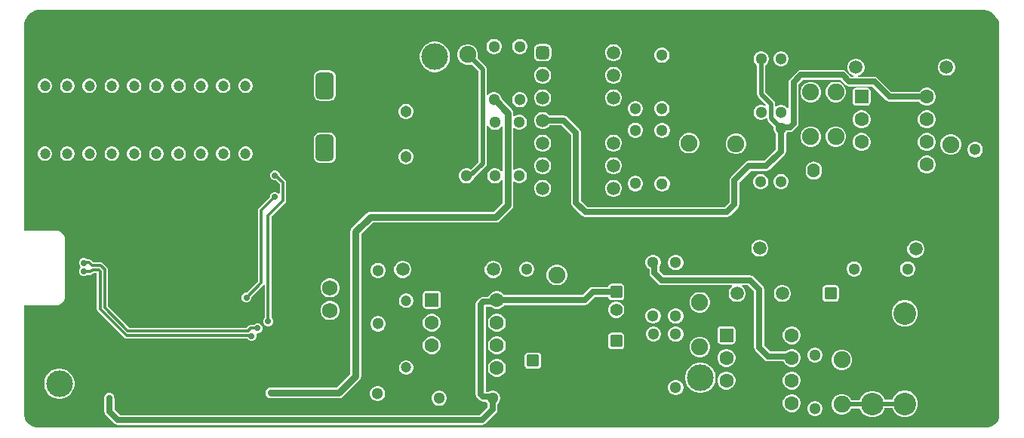
<source format=gbl>
G04*
G04 #@! TF.GenerationSoftware,Altium Limited,Altium Designer,21.4.1 (30)*
G04*
G04 Layer_Physical_Order=2*
G04 Layer_Color=16711680*
%FSLAX25Y25*%
%MOIN*%
G70*
G04*
G04 #@! TF.SameCoordinates,FC640E17-02D6-4239-B4BA-C34357C3BEDB*
G04*
G04*
G04 #@! TF.FilePolarity,Positive*
G04*
G01*
G75*
%ADD17C,0.01181*%
%ADD61C,0.01968*%
%ADD64C,0.05118*%
%ADD65C,0.05906*%
%ADD66O,0.05512X0.06299*%
%ADD67C,0.11811*%
%ADD68C,0.07500*%
G04:AMPARAMS|DCode=69|XSize=62.99mil|YSize=62.99mil|CornerRadius=7.87mil|HoleSize=0mil|Usage=FLASHONLY|Rotation=0.000|XOffset=0mil|YOffset=0mil|HoleType=Round|Shape=RoundedRectangle|*
%AMROUNDEDRECTD69*
21,1,0.06299,0.04724,0,0,0.0*
21,1,0.04724,0.06299,0,0,0.0*
1,1,0.01575,0.02362,-0.02362*
1,1,0.01575,-0.02362,-0.02362*
1,1,0.01575,-0.02362,0.02362*
1,1,0.01575,0.02362,0.02362*
%
%ADD69ROUNDEDRECTD69*%
%ADD70C,0.06299*%
%ADD71C,0.05600*%
G04:AMPARAMS|DCode=72|XSize=56mil|YSize=56mil|CornerRadius=7mil|HoleSize=0mil|Usage=FLASHONLY|Rotation=270.000|XOffset=0mil|YOffset=0mil|HoleType=Round|Shape=RoundedRectangle|*
%AMROUNDEDRECTD72*
21,1,0.05600,0.04200,0,0,270.0*
21,1,0.04200,0.05600,0,0,270.0*
1,1,0.01400,-0.02100,-0.02100*
1,1,0.01400,-0.02100,0.02100*
1,1,0.01400,0.02100,0.02100*
1,1,0.01400,0.02100,-0.02100*
%
%ADD72ROUNDEDRECTD72*%
G04:AMPARAMS|DCode=73|XSize=94.49mil|YSize=62.99mil|CornerRadius=15.75mil|HoleSize=0mil|Usage=FLASHONLY|Rotation=0.000|XOffset=0mil|YOffset=0mil|HoleType=Round|Shape=RoundedRectangle|*
%AMROUNDEDRECTD73*
21,1,0.09449,0.03150,0,0,0.0*
21,1,0.06299,0.06299,0,0,0.0*
1,1,0.03150,0.03150,-0.01575*
1,1,0.03150,-0.03150,-0.01575*
1,1,0.03150,-0.03150,0.01575*
1,1,0.03150,0.03150,0.01575*
%
%ADD73ROUNDEDRECTD73*%
G04:AMPARAMS|DCode=74|XSize=59.06mil|YSize=59.06mil|CornerRadius=14.76mil|HoleSize=0mil|Usage=FLASHONLY|Rotation=0.000|XOffset=0mil|YOffset=0mil|HoleType=Round|Shape=RoundedRectangle|*
%AMROUNDEDRECTD74*
21,1,0.05906,0.02953,0,0,0.0*
21,1,0.02953,0.05906,0,0,0.0*
1,1,0.02953,0.01476,-0.01476*
1,1,0.02953,-0.01476,-0.01476*
1,1,0.02953,-0.01476,0.01476*
1,1,0.02953,0.01476,0.01476*
%
%ADD74ROUNDEDRECTD74*%
%ADD75C,0.05130*%
G04:AMPARAMS|DCode=76|XSize=56mil|YSize=56mil|CornerRadius=7mil|HoleSize=0mil|Usage=FLASHONLY|Rotation=0.000|XOffset=0mil|YOffset=0mil|HoleType=Round|Shape=RoundedRectangle|*
%AMROUNDEDRECTD76*
21,1,0.05600,0.04200,0,0,0.0*
21,1,0.04200,0.05600,0,0,0.0*
1,1,0.01400,0.02100,-0.02100*
1,1,0.01400,-0.02100,-0.02100*
1,1,0.01400,-0.02100,0.02100*
1,1,0.01400,0.02100,0.02100*
%
%ADD76ROUNDEDRECTD76*%
%ADD77C,0.04724*%
G04:AMPARAMS|DCode=78|XSize=118.11mil|YSize=82.68mil|CornerRadius=20.67mil|HoleSize=0mil|Usage=FLASHONLY|Rotation=90.000|XOffset=0mil|YOffset=0mil|HoleType=Round|Shape=RoundedRectangle|*
%AMROUNDEDRECTD78*
21,1,0.11811,0.04134,0,0,90.0*
21,1,0.07677,0.08268,0,0,90.0*
1,1,0.04134,0.02067,0.03839*
1,1,0.04134,0.02067,-0.03839*
1,1,0.04134,-0.02067,-0.03839*
1,1,0.04134,-0.02067,0.03839*
%
%ADD78ROUNDEDRECTD78*%
%ADD79C,0.06890*%
%ADD80C,0.02756*%
%ADD81C,0.02756*%
%ADD82C,0.03150*%
%ADD83C,0.10000*%
G36*
X424392Y185801D02*
X425131D01*
X426580Y185512D01*
X427946Y184947D01*
X429175Y184126D01*
X430221Y183080D01*
X431042Y181851D01*
X431607Y180485D01*
X431896Y179036D01*
Y178297D01*
X431901Y7005D01*
Y6434D01*
X431678Y5313D01*
X431241Y4257D01*
X430606Y3307D01*
X429798Y2499D01*
X428848Y1864D01*
X427792Y1427D01*
X426673Y1204D01*
X426103Y1206D01*
X426102Y1206D01*
X426100Y1206D01*
X6983Y1322D01*
X6983Y1322D01*
X6982Y1322D01*
X6413D01*
X5297Y1544D01*
X4245Y1980D01*
X3299Y2612D01*
X2494Y3417D01*
X1862Y4364D01*
X1426Y5415D01*
X1204Y6532D01*
Y7101D01*
X1207Y55200D01*
X15110D01*
X15226Y55224D01*
X15345D01*
X15953Y55345D01*
X16063Y55390D01*
X16179Y55413D01*
X16752Y55651D01*
X16851Y55717D01*
X16961Y55762D01*
X17477Y56107D01*
X17560Y56190D01*
X17659Y56256D01*
X18098Y56695D01*
X18164Y56794D01*
X18248Y56877D01*
X18592Y57393D01*
X18638Y57503D01*
X18703Y57602D01*
X18941Y58175D01*
X18964Y58291D01*
X19010Y58401D01*
X19130Y59009D01*
Y59128D01*
X19154Y59244D01*
Y59554D01*
Y83964D01*
Y84274D01*
X19130Y84390D01*
Y84509D01*
X19010Y85117D01*
X18964Y85227D01*
X18941Y85343D01*
X18703Y85917D01*
X18638Y86015D01*
X18592Y86125D01*
X18248Y86641D01*
X18164Y86724D01*
X18098Y86823D01*
X17659Y87262D01*
X17560Y87328D01*
X17477Y87411D01*
X16961Y87756D01*
X16851Y87802D01*
X16752Y87867D01*
X16179Y88105D01*
X16063Y88128D01*
X15953Y88174D01*
X15345Y88295D01*
X15226D01*
X15110Y88318D01*
X1563D01*
X1209Y88671D01*
X1215Y179352D01*
X1215Y179352D01*
X1215Y179352D01*
Y179987D01*
X1463Y181234D01*
X1949Y182408D01*
X2655Y183465D01*
X3554Y184363D01*
X4611Y185069D01*
X5785Y185556D01*
X7031Y185804D01*
X7667D01*
X424392Y185801D01*
D02*
G37*
%LPC*%
G36*
X220441Y173068D02*
X219559D01*
X218708Y172840D01*
X217945Y172400D01*
X217322Y171777D01*
X216882Y171014D01*
X216653Y170163D01*
Y169281D01*
X216882Y168430D01*
X217322Y167667D01*
X217945Y167044D01*
X218708Y166604D01*
X219559Y166376D01*
X220441D01*
X221292Y166604D01*
X222055Y167044D01*
X222678Y167667D01*
X223118Y168430D01*
X223346Y169281D01*
Y170163D01*
X223118Y171014D01*
X222678Y171777D01*
X222055Y172400D01*
X221292Y172840D01*
X220441Y173068D01*
D02*
G37*
G36*
X209041Y173057D02*
X208159D01*
X207308Y172829D01*
X206545Y172389D01*
X205922Y171766D01*
X205482Y171003D01*
X205254Y170152D01*
Y169271D01*
X205482Y168419D01*
X205922Y167656D01*
X206545Y167033D01*
X207308Y166593D01*
X208159Y166365D01*
X209041D01*
X209892Y166593D01*
X210655Y167033D01*
X211278Y167656D01*
X211718Y168419D01*
X211947Y169271D01*
Y170152D01*
X211718Y171003D01*
X211278Y171766D01*
X210655Y172389D01*
X209892Y172829D01*
X209041Y173057D01*
D02*
G37*
G36*
X261892Y170740D02*
X260908D01*
X259956Y170485D01*
X259103Y169993D01*
X258407Y169297D01*
X257915Y168444D01*
X257660Y167492D01*
Y166508D01*
X257915Y165556D01*
X258407Y164704D01*
X259103Y164007D01*
X259956Y163515D01*
X260908Y163260D01*
X261892D01*
X262844Y163515D01*
X263697Y164007D01*
X264393Y164704D01*
X264885Y165556D01*
X265140Y166508D01*
Y167492D01*
X264885Y168444D01*
X264393Y169297D01*
X263697Y169993D01*
X262844Y170485D01*
X261892Y170740D01*
D02*
G37*
G36*
X231616Y170784D02*
X228664D01*
X227781Y170609D01*
X227032Y170108D01*
X226531Y169360D01*
X226356Y168476D01*
Y165524D01*
X226531Y164640D01*
X227032Y163891D01*
X227781Y163391D01*
X228664Y163215D01*
X231616D01*
X232500Y163391D01*
X233249Y163891D01*
X233749Y164640D01*
X233925Y165524D01*
Y168476D01*
X233749Y169360D01*
X233249Y170108D01*
X232500Y170609D01*
X231616Y170784D01*
D02*
G37*
G36*
X283241Y169168D02*
X282359D01*
X281508Y168940D01*
X280745Y168500D01*
X280122Y167877D01*
X279682Y167114D01*
X279453Y166263D01*
Y165382D01*
X279682Y164530D01*
X280122Y163767D01*
X280745Y163144D01*
X281508Y162704D01*
X282359Y162476D01*
X283241D01*
X284092Y162704D01*
X284855Y163144D01*
X285478Y163767D01*
X285918Y164530D01*
X286146Y165382D01*
Y166263D01*
X285918Y167114D01*
X285478Y167877D01*
X284855Y168500D01*
X284092Y168940D01*
X283241Y169168D01*
D02*
G37*
G36*
X335841Y167558D02*
X334959D01*
X334108Y167329D01*
X333345Y166889D01*
X332722Y166266D01*
X332282Y165503D01*
X332053Y164652D01*
Y163770D01*
X332282Y162919D01*
X332722Y162156D01*
X333345Y161533D01*
X334108Y161093D01*
X334959Y160865D01*
X335841D01*
X336692Y161093D01*
X337455Y161533D01*
X338078Y162156D01*
X338518Y162919D01*
X338747Y163770D01*
Y164652D01*
X338518Y165503D01*
X338078Y166266D01*
X337455Y166889D01*
X336692Y167329D01*
X335841Y167558D01*
D02*
G37*
G36*
X183159Y171793D02*
X181841D01*
X180548Y171536D01*
X179330Y171031D01*
X178234Y170299D01*
X177301Y169367D01*
X176569Y168270D01*
X176064Y167052D01*
X175807Y165759D01*
Y164441D01*
X176064Y163148D01*
X176569Y161930D01*
X177301Y160834D01*
X178234Y159901D01*
X179330Y159169D01*
X180548Y158664D01*
X181841Y158407D01*
X183159D01*
X184452Y158664D01*
X185670Y159169D01*
X186767Y159901D01*
X187699Y160834D01*
X188431Y161930D01*
X188936Y163148D01*
X189193Y164441D01*
Y165759D01*
X188936Y167052D01*
X188431Y168270D01*
X187699Y169367D01*
X186767Y170299D01*
X185670Y171031D01*
X184452Y171536D01*
X183159Y171793D01*
D02*
G37*
G36*
X408992Y164240D02*
X408008D01*
X407056Y163985D01*
X406204Y163493D01*
X405507Y162796D01*
X405015Y161944D01*
X404760Y160992D01*
Y160008D01*
X405015Y159056D01*
X405507Y158203D01*
X406204Y157507D01*
X407056Y157015D01*
X408008Y156760D01*
X408992D01*
X409944Y157015D01*
X410796Y157507D01*
X411493Y158203D01*
X411985Y159056D01*
X412240Y160008D01*
Y160992D01*
X411985Y161944D01*
X411493Y162796D01*
X410796Y163493D01*
X409944Y163985D01*
X408992Y164240D01*
D02*
G37*
G36*
X261892Y160740D02*
X260908D01*
X259956Y160485D01*
X259103Y159993D01*
X258407Y159297D01*
X257915Y158444D01*
X257660Y157492D01*
Y156508D01*
X257915Y155556D01*
X258407Y154703D01*
X259103Y154007D01*
X259956Y153515D01*
X260908Y153260D01*
X261892D01*
X262844Y153515D01*
X263697Y154007D01*
X264393Y154703D01*
X264885Y155556D01*
X265140Y156508D01*
Y157492D01*
X264885Y158444D01*
X264393Y159297D01*
X263697Y159993D01*
X262844Y160485D01*
X261892Y160740D01*
D02*
G37*
G36*
X230633D02*
X229648D01*
X228696Y160485D01*
X227844Y159993D01*
X227147Y159297D01*
X226655Y158444D01*
X226400Y157492D01*
Y156508D01*
X226655Y155556D01*
X227147Y154703D01*
X227844Y154007D01*
X228696Y153515D01*
X229648Y153260D01*
X230633D01*
X231584Y153515D01*
X232437Y154007D01*
X233133Y154703D01*
X233625Y155556D01*
X233880Y156508D01*
Y157492D01*
X233625Y158444D01*
X233133Y159297D01*
X232437Y159993D01*
X231584Y160485D01*
X230633Y160740D01*
D02*
G37*
G36*
X99270Y155450D02*
X98440D01*
X97639Y155235D01*
X96921Y154820D01*
X96335Y154234D01*
X95920Y153516D01*
X95705Y152715D01*
Y151885D01*
X95920Y151084D01*
X96335Y150366D01*
X96921Y149780D01*
X97639Y149365D01*
X98440Y149150D01*
X99270D01*
X100071Y149365D01*
X100789Y149780D01*
X101375Y150366D01*
X101790Y151084D01*
X102005Y151885D01*
Y152715D01*
X101790Y153516D01*
X101375Y154234D01*
X100789Y154820D01*
X100071Y155235D01*
X99270Y155450D01*
D02*
G37*
G36*
X89427D02*
X88598D01*
X87797Y155235D01*
X87079Y154820D01*
X86492Y154234D01*
X86078Y153516D01*
X85863Y152715D01*
Y151885D01*
X86078Y151084D01*
X86492Y150366D01*
X87079Y149780D01*
X87797Y149365D01*
X88598Y149150D01*
X89427D01*
X90228Y149365D01*
X90947Y149780D01*
X91533Y150366D01*
X91948Y151084D01*
X92162Y151885D01*
Y152715D01*
X91948Y153516D01*
X91533Y154234D01*
X90947Y154820D01*
X90228Y155235D01*
X89427Y155450D01*
D02*
G37*
G36*
X79585D02*
X78755D01*
X77954Y155235D01*
X77236Y154820D01*
X76650Y154234D01*
X76235Y153516D01*
X76020Y152715D01*
Y151885D01*
X76235Y151084D01*
X76650Y150366D01*
X77236Y149780D01*
X77954Y149365D01*
X78755Y149150D01*
X79585D01*
X80386Y149365D01*
X81104Y149780D01*
X81690Y150366D01*
X82105Y151084D01*
X82320Y151885D01*
Y152715D01*
X82105Y153516D01*
X81690Y154234D01*
X81104Y154820D01*
X80386Y155235D01*
X79585Y155450D01*
D02*
G37*
G36*
X69742D02*
X68913D01*
X68112Y155235D01*
X67394Y154820D01*
X66807Y154234D01*
X66393Y153516D01*
X66178Y152715D01*
Y151885D01*
X66393Y151084D01*
X66807Y150366D01*
X67394Y149780D01*
X68112Y149365D01*
X68913Y149150D01*
X69742D01*
X70543Y149365D01*
X71262Y149780D01*
X71848Y150366D01*
X72263Y151084D01*
X72477Y151885D01*
Y152715D01*
X72263Y153516D01*
X71848Y154234D01*
X71262Y154820D01*
X70543Y155235D01*
X69742Y155450D01*
D02*
G37*
G36*
X59900D02*
X59070D01*
X58269Y155235D01*
X57551Y154820D01*
X56965Y154234D01*
X56550Y153516D01*
X56335Y152715D01*
Y151885D01*
X56550Y151084D01*
X56965Y150366D01*
X57551Y149780D01*
X58269Y149365D01*
X59070Y149150D01*
X59900D01*
X60701Y149365D01*
X61419Y149780D01*
X62005Y150366D01*
X62420Y151084D01*
X62635Y151885D01*
Y152715D01*
X62420Y153516D01*
X62005Y154234D01*
X61419Y154820D01*
X60701Y155235D01*
X59900Y155450D01*
D02*
G37*
G36*
X50057D02*
X49228D01*
X48427Y155235D01*
X47709Y154820D01*
X47122Y154234D01*
X46708Y153516D01*
X46493Y152715D01*
Y151885D01*
X46708Y151084D01*
X47122Y150366D01*
X47709Y149780D01*
X48427Y149365D01*
X49228Y149150D01*
X50057D01*
X50858Y149365D01*
X51576Y149780D01*
X52163Y150366D01*
X52578Y151084D01*
X52792Y151885D01*
Y152715D01*
X52578Y153516D01*
X52163Y154234D01*
X51576Y154820D01*
X50858Y155235D01*
X50057Y155450D01*
D02*
G37*
G36*
X40215D02*
X39385D01*
X38584Y155235D01*
X37866Y154820D01*
X37280Y154234D01*
X36865Y153516D01*
X36650Y152715D01*
Y151885D01*
X36865Y151084D01*
X37280Y150366D01*
X37866Y149780D01*
X38584Y149365D01*
X39385Y149150D01*
X40215D01*
X41016Y149365D01*
X41734Y149780D01*
X42320Y150366D01*
X42735Y151084D01*
X42950Y151885D01*
Y152715D01*
X42735Y153516D01*
X42320Y154234D01*
X41734Y154820D01*
X41016Y155235D01*
X40215Y155450D01*
D02*
G37*
G36*
X30372D02*
X29543D01*
X28742Y155235D01*
X28024Y154820D01*
X27437Y154234D01*
X27022Y153516D01*
X26808Y152715D01*
Y151885D01*
X27022Y151084D01*
X27437Y150366D01*
X28024Y149780D01*
X28742Y149365D01*
X29543Y149150D01*
X30372D01*
X31173Y149365D01*
X31891Y149780D01*
X32478Y150366D01*
X32892Y151084D01*
X33107Y151885D01*
Y152715D01*
X32892Y153516D01*
X32478Y154234D01*
X31891Y154820D01*
X31173Y155235D01*
X30372Y155450D01*
D02*
G37*
G36*
X20530D02*
X19700D01*
X18899Y155235D01*
X18181Y154820D01*
X17595Y154234D01*
X17180Y153516D01*
X16965Y152715D01*
Y151885D01*
X17180Y151084D01*
X17595Y150366D01*
X18181Y149780D01*
X18899Y149365D01*
X19700Y149150D01*
X20530D01*
X21331Y149365D01*
X22049Y149780D01*
X22635Y150366D01*
X23050Y151084D01*
X23265Y151885D01*
Y152715D01*
X23050Y153516D01*
X22635Y154234D01*
X22049Y154820D01*
X21331Y155235D01*
X20530Y155450D01*
D02*
G37*
G36*
X10687D02*
X9858D01*
X9057Y155235D01*
X8338Y154820D01*
X7752Y154234D01*
X7338Y153516D01*
X7123Y152715D01*
Y151885D01*
X7338Y151084D01*
X7752Y150366D01*
X8338Y149780D01*
X9057Y149365D01*
X9858Y149150D01*
X10687D01*
X11488Y149365D01*
X12206Y149780D01*
X12793Y150366D01*
X13207Y151084D01*
X13422Y151885D01*
Y152715D01*
X13207Y153516D01*
X12793Y154234D01*
X12206Y154820D01*
X11488Y155235D01*
X10687Y155450D01*
D02*
G37*
G36*
X135925Y159097D02*
X131791D01*
X131046Y158999D01*
X130352Y158711D01*
X129756Y158254D01*
X129298Y157658D01*
X129010Y156963D01*
X128912Y156218D01*
Y148541D01*
X129010Y147796D01*
X129298Y147101D01*
X129756Y146505D01*
X130352Y146048D01*
X131046Y145760D01*
X131791Y145662D01*
X135925D01*
X136670Y145760D01*
X137365Y146048D01*
X137961Y146505D01*
X138418Y147101D01*
X138706Y147796D01*
X138804Y148541D01*
Y156218D01*
X138706Y156963D01*
X138418Y157658D01*
X137961Y158254D01*
X137365Y158711D01*
X136670Y158999D01*
X135925Y159097D01*
D02*
G37*
G36*
X360197Y154080D02*
X359003D01*
X357849Y153771D01*
X356814Y153173D01*
X355969Y152329D01*
X355372Y151294D01*
X355063Y150140D01*
Y148945D01*
X355372Y147791D01*
X355969Y146756D01*
X356814Y145912D01*
X357849Y145314D01*
X359003Y145005D01*
X360197D01*
X361351Y145314D01*
X362386Y145912D01*
X363231Y146756D01*
X363828Y147791D01*
X364137Y148945D01*
Y150140D01*
X363828Y151294D01*
X363231Y152329D01*
X362386Y153173D01*
X361351Y153771D01*
X360197Y154080D01*
D02*
G37*
G36*
X349097Y154022D02*
X347903D01*
X346749Y153713D01*
X345714Y153116D01*
X344869Y152271D01*
X344272Y151236D01*
X343963Y150082D01*
Y148888D01*
X344272Y147734D01*
X344869Y146699D01*
X345714Y145854D01*
X346749Y145257D01*
X347903Y144948D01*
X349097D01*
X350251Y145257D01*
X351286Y145854D01*
X352131Y146699D01*
X352728Y147734D01*
X353037Y148888D01*
Y150082D01*
X352728Y151236D01*
X352131Y152271D01*
X351286Y153116D01*
X350251Y153713D01*
X349097Y154022D01*
D02*
G37*
G36*
X327041Y167558D02*
X326159D01*
X325308Y167329D01*
X324545Y166889D01*
X323922Y166266D01*
X323482Y165503D01*
X323253Y164652D01*
Y163770D01*
X323482Y162919D01*
X323922Y162156D01*
X324545Y161533D01*
X324794Y161390D01*
Y148600D01*
X324931Y147909D01*
X325323Y147323D01*
X328861Y143785D01*
X328850Y143731D01*
X328290Y143477D01*
X327892Y143707D01*
X327041Y143935D01*
X326159D01*
X325308Y143707D01*
X324545Y143267D01*
X323922Y142644D01*
X323482Y141881D01*
X323253Y141030D01*
Y140148D01*
X323482Y139297D01*
X323922Y138534D01*
X324545Y137911D01*
X325308Y137471D01*
X326159Y137242D01*
X327041D01*
X327892Y137471D01*
X328655Y137911D01*
X328715Y137971D01*
X329238Y137787D01*
X329331Y137320D01*
X329723Y136734D01*
X332128Y134329D01*
X332053Y134052D01*
Y133170D01*
X332282Y132319D01*
X332722Y131556D01*
X333192Y131086D01*
Y124314D01*
X327986Y119108D01*
X321200D01*
X320355Y118940D01*
X319639Y118461D01*
X313239Y112061D01*
X312760Y111345D01*
X312592Y110500D01*
Y100814D01*
X310486Y98708D01*
X249915D01*
X247108Y101514D01*
Y131500D01*
X246940Y132345D01*
X246461Y133061D01*
X240961Y138561D01*
X240245Y139040D01*
X239400Y139208D01*
X233184D01*
X233133Y139296D01*
X232437Y139993D01*
X231584Y140485D01*
X230633Y140740D01*
X229648D01*
X228696Y140485D01*
X227844Y139993D01*
X227147Y139296D01*
X226655Y138444D01*
X226400Y137492D01*
Y136508D01*
X226655Y135556D01*
X227147Y134704D01*
X227844Y134007D01*
X228696Y133515D01*
X229648Y133260D01*
X230633D01*
X231584Y133515D01*
X232437Y134007D01*
X233133Y134704D01*
X233184Y134792D01*
X238486D01*
X242692Y130586D01*
Y100600D01*
X242860Y99755D01*
X243339Y99039D01*
X247439Y94939D01*
X248155Y94460D01*
X249000Y94292D01*
X311400D01*
X312245Y94460D01*
X312961Y94939D01*
X316361Y98339D01*
X316840Y99055D01*
X317008Y99900D01*
Y109585D01*
X322114Y114692D01*
X328900D01*
X329745Y114860D01*
X330461Y115339D01*
X336961Y121839D01*
X337440Y122555D01*
X337608Y123400D01*
Y131086D01*
X338078Y131556D01*
X338221Y131804D01*
X339297D01*
X340142Y131972D01*
X340859Y132451D01*
X342473Y134065D01*
X342951Y134781D01*
X343120Y135626D01*
Y152917D01*
X345140Y154937D01*
X361684D01*
X363994Y152626D01*
X364710Y152148D01*
X365555Y151980D01*
X375705D01*
X381746Y145939D01*
X382462Y145460D01*
X383307Y145292D01*
X396529D01*
X396650Y145083D01*
X397383Y144350D01*
X398280Y143831D01*
X399282Y143563D01*
X400318D01*
X401320Y143831D01*
X402217Y144350D01*
X402950Y145083D01*
X403469Y145980D01*
X403737Y146982D01*
Y148018D01*
X403469Y149020D01*
X402950Y149917D01*
X402217Y150650D01*
X401320Y151169D01*
X400318Y151437D01*
X399282D01*
X398280Y151169D01*
X397383Y150650D01*
X396650Y149917D01*
X396529Y149708D01*
X384221D01*
X378180Y155748D01*
X377464Y156227D01*
X376619Y156395D01*
X369563D01*
X369497Y156895D01*
X369944Y157015D01*
X370796Y157507D01*
X371493Y158203D01*
X371985Y159056D01*
X372240Y160008D01*
Y160992D01*
X371985Y161944D01*
X371493Y162796D01*
X370796Y163493D01*
X369944Y163985D01*
X368992Y164240D01*
X368008D01*
X367056Y163985D01*
X366203Y163493D01*
X365507Y162796D01*
X365015Y161944D01*
X364760Y160992D01*
Y160008D01*
X365015Y159056D01*
X365507Y158203D01*
X366203Y157507D01*
X367056Y157015D01*
X367503Y156895D01*
X367437Y156395D01*
X366470D01*
X364159Y158705D01*
X363443Y159184D01*
X362598Y159352D01*
X344225D01*
X343380Y159184D01*
X342664Y158705D01*
X339351Y155392D01*
X338872Y154676D01*
X338704Y153831D01*
Y142559D01*
X338204Y142425D01*
X338078Y142644D01*
X337455Y143267D01*
X336692Y143707D01*
X335841Y143935D01*
X334959D01*
X334108Y143707D01*
X333345Y143267D01*
X333268Y143190D01*
X332806Y143381D01*
Y144200D01*
X332669Y144891D01*
X332277Y145477D01*
X328406Y149348D01*
Y161390D01*
X328655Y161533D01*
X329278Y162156D01*
X329718Y162919D01*
X329946Y163770D01*
Y164652D01*
X329718Y165503D01*
X329278Y166266D01*
X328655Y166889D01*
X327892Y167329D01*
X327041Y167558D01*
D02*
G37*
G36*
X373362Y151468D02*
X368638D01*
X368023Y151346D01*
X367502Y150998D01*
X367154Y150477D01*
X367032Y149862D01*
Y145138D01*
X367154Y144523D01*
X367502Y144002D01*
X368023Y143654D01*
X368638Y143532D01*
X373362D01*
X373977Y143654D01*
X374498Y144002D01*
X374846Y144523D01*
X374968Y145138D01*
Y149862D01*
X374846Y150477D01*
X374498Y150998D01*
X373977Y151346D01*
X373362Y151468D01*
D02*
G37*
G36*
X261892Y150740D02*
X260908D01*
X259956Y150485D01*
X259103Y149993D01*
X258407Y149296D01*
X257915Y148444D01*
X257660Y147492D01*
Y146508D01*
X257915Y145556D01*
X258407Y144703D01*
X259103Y144007D01*
X259956Y143515D01*
X260908Y143260D01*
X261892D01*
X262844Y143515D01*
X263697Y144007D01*
X264393Y144703D01*
X264885Y145556D01*
X265140Y146508D01*
Y147492D01*
X264885Y148444D01*
X264393Y149296D01*
X263697Y149993D01*
X262844Y150485D01*
X261892Y150740D01*
D02*
G37*
G36*
X230633D02*
X229648D01*
X228696Y150485D01*
X227844Y149993D01*
X227147Y149296D01*
X226655Y148444D01*
X226400Y147492D01*
Y146508D01*
X226655Y145556D01*
X227147Y144703D01*
X227844Y144007D01*
X228696Y143515D01*
X229648Y143260D01*
X230633D01*
X231584Y143515D01*
X232437Y144007D01*
X233133Y144703D01*
X233625Y145556D01*
X233880Y146508D01*
Y147492D01*
X233625Y148444D01*
X233133Y149296D01*
X232437Y149993D01*
X231584Y150485D01*
X230633Y150740D01*
D02*
G37*
G36*
X220441Y149446D02*
X219559D01*
X218708Y149218D01*
X217945Y148778D01*
X217322Y148155D01*
X216882Y147392D01*
X216653Y146541D01*
Y145659D01*
X216882Y144808D01*
X217322Y144045D01*
X217945Y143422D01*
X218708Y142982D01*
X219559Y142754D01*
X220441D01*
X221292Y142982D01*
X222055Y143422D01*
X222678Y144045D01*
X223118Y144808D01*
X223346Y145659D01*
Y146541D01*
X223118Y147392D01*
X222678Y148155D01*
X222055Y148778D01*
X221292Y149218D01*
X220441Y149446D01*
D02*
G37*
G36*
X283241Y145546D02*
X282359D01*
X281508Y145318D01*
X280745Y144878D01*
X280122Y144255D01*
X279682Y143492D01*
X279453Y142641D01*
Y141759D01*
X279682Y140908D01*
X280122Y140145D01*
X280745Y139522D01*
X281508Y139082D01*
X282359Y138854D01*
X283241D01*
X284092Y139082D01*
X284855Y139522D01*
X285478Y140145D01*
X285918Y140908D01*
X286146Y141759D01*
Y142641D01*
X285918Y143492D01*
X285478Y144255D01*
X284855Y144878D01*
X284092Y145318D01*
X283241Y145546D01*
D02*
G37*
G36*
X271541D02*
X270659D01*
X269808Y145318D01*
X269045Y144878D01*
X268422Y144255D01*
X267982Y143492D01*
X267754Y142641D01*
Y141759D01*
X267982Y140908D01*
X268422Y140145D01*
X269045Y139522D01*
X269808Y139082D01*
X270659Y138854D01*
X271541D01*
X272392Y139082D01*
X273155Y139522D01*
X273778Y140145D01*
X274218Y140908D01*
X274447Y141759D01*
Y142641D01*
X274218Y143492D01*
X273778Y144255D01*
X273155Y144878D01*
X272392Y145318D01*
X271541Y145546D01*
D02*
G37*
G36*
X170141Y144352D02*
X169259D01*
X168406Y144124D01*
X167642Y143683D01*
X167017Y143058D01*
X166576Y142294D01*
X166348Y141441D01*
Y140559D01*
X166576Y139706D01*
X167017Y138942D01*
X167642Y138317D01*
X168406Y137876D01*
X169259Y137648D01*
X170141D01*
X170994Y137876D01*
X171758Y138317D01*
X172383Y138942D01*
X172824Y139706D01*
X173052Y140559D01*
Y141441D01*
X172824Y142294D01*
X172383Y143058D01*
X171758Y143683D01*
X170994Y144124D01*
X170141Y144352D01*
D02*
G37*
G36*
X400318Y141437D02*
X399282D01*
X398280Y141169D01*
X397383Y140650D01*
X396650Y139917D01*
X396131Y139020D01*
X395863Y138018D01*
Y136982D01*
X396131Y135980D01*
X396650Y135083D01*
X397383Y134350D01*
X398280Y133831D01*
X399282Y133563D01*
X400318D01*
X401320Y133831D01*
X402217Y134350D01*
X402950Y135083D01*
X403469Y135980D01*
X403737Y136982D01*
Y138018D01*
X403469Y139020D01*
X402950Y139917D01*
X402217Y140650D01*
X401320Y141169D01*
X400318Y141437D01*
D02*
G37*
G36*
X371518D02*
X370482D01*
X369480Y141169D01*
X368583Y140650D01*
X367850Y139917D01*
X367331Y139020D01*
X367063Y138018D01*
Y136982D01*
X367331Y135980D01*
X367850Y135083D01*
X368583Y134350D01*
X369480Y133831D01*
X370482Y133563D01*
X371518D01*
X372520Y133831D01*
X373417Y134350D01*
X374150Y135083D01*
X374669Y135980D01*
X374937Y136982D01*
Y138018D01*
X374669Y139020D01*
X374150Y139917D01*
X373417Y140650D01*
X372520Y141169D01*
X371518Y141437D01*
D02*
G37*
G36*
X197597Y170680D02*
X196403D01*
X195249Y170371D01*
X194214Y169773D01*
X193369Y168929D01*
X192772Y167894D01*
X192463Y166740D01*
Y165545D01*
X192772Y164391D01*
X193369Y163356D01*
X194214Y162512D01*
X195249Y161914D01*
X196403Y161605D01*
X197597D01*
X198690Y161898D01*
X201894Y158694D01*
Y118748D01*
X198401Y115256D01*
X197792Y115607D01*
X196941Y115835D01*
X196059D01*
X195208Y115607D01*
X194445Y115167D01*
X193822Y114544D01*
X193382Y113781D01*
X193154Y112929D01*
Y112048D01*
X193382Y111197D01*
X193822Y110434D01*
X194445Y109811D01*
X195208Y109371D01*
X196059Y109142D01*
X196941D01*
X197792Y109371D01*
X198555Y109811D01*
X199178Y110434D01*
X199618Y111197D01*
X199722Y111582D01*
X200069Y111814D01*
X204977Y116723D01*
X205369Y117309D01*
X205506Y118000D01*
Y134469D01*
X206006Y134603D01*
X206322Y134056D01*
X206945Y133433D01*
X207708Y132993D01*
X208559Y132765D01*
X209441D01*
X210292Y132993D01*
X211055Y133433D01*
X211678Y134056D01*
X211791Y134253D01*
X212292Y134119D01*
Y114481D01*
X211791Y114347D01*
X211678Y114544D01*
X211055Y115167D01*
X210292Y115607D01*
X209441Y115835D01*
X208559D01*
X207708Y115607D01*
X206945Y115167D01*
X206322Y114544D01*
X205882Y113781D01*
X205654Y112929D01*
Y112048D01*
X205882Y111197D01*
X206322Y110434D01*
X206945Y109811D01*
X207708Y109371D01*
X208559Y109142D01*
X209441D01*
X210292Y109371D01*
X211055Y109811D01*
X211678Y110434D01*
X211791Y110631D01*
X212292Y110497D01*
Y100498D01*
X208502Y96709D01*
X154000D01*
X153078Y96525D01*
X152297Y96003D01*
X145797Y89503D01*
X145275Y88722D01*
X145091Y87800D01*
Y24898D01*
X139202Y19008D01*
X110000D01*
X109078Y18825D01*
X108297Y18303D01*
X107775Y17522D01*
X107591Y16600D01*
X107775Y15678D01*
X108297Y14897D01*
X109078Y14375D01*
X110000Y14191D01*
X140200D01*
X141122Y14375D01*
X141903Y14897D01*
X149203Y22197D01*
X149725Y22978D01*
X149908Y23900D01*
Y86802D01*
X154998Y91891D01*
X209500D01*
X210422Y92075D01*
X211203Y92597D01*
X216403Y97797D01*
X216925Y98578D01*
X217108Y99500D01*
Y109852D01*
X217608Y110059D01*
X217745Y109922D01*
X218508Y109482D01*
X219359Y109254D01*
X220241D01*
X221092Y109482D01*
X221855Y109922D01*
X222478Y110545D01*
X222918Y111308D01*
X223147Y112159D01*
Y113041D01*
X222918Y113892D01*
X222478Y114655D01*
X221855Y115278D01*
X221092Y115718D01*
X220241Y115946D01*
X219359D01*
X218508Y115718D01*
X217745Y115278D01*
X217608Y115141D01*
X217108Y115348D01*
Y133474D01*
X217608Y133681D01*
X217745Y133544D01*
X218508Y133104D01*
X219359Y132876D01*
X220241D01*
X221092Y133104D01*
X221855Y133544D01*
X222478Y134167D01*
X222918Y134930D01*
X223147Y135782D01*
Y136663D01*
X222918Y137514D01*
X222478Y138277D01*
X221855Y138900D01*
X221092Y139340D01*
X220241Y139568D01*
X219359D01*
X218508Y139340D01*
X217745Y138900D01*
X217608Y138763D01*
X217108Y138970D01*
Y140301D01*
X216925Y141222D01*
X216403Y142004D01*
X211947Y146460D01*
Y146529D01*
X211718Y147381D01*
X211278Y148144D01*
X210655Y148767D01*
X209892Y149207D01*
X209041Y149435D01*
X208159D01*
X207308Y149207D01*
X206545Y148767D01*
X206006Y148228D01*
X205506Y148347D01*
Y159442D01*
X205369Y160134D01*
X204977Y160720D01*
X201245Y164453D01*
X201537Y165545D01*
Y166740D01*
X201228Y167894D01*
X200631Y168929D01*
X199786Y169773D01*
X198751Y170371D01*
X197597Y170680D01*
D02*
G37*
G36*
X271541Y136057D02*
X270659D01*
X269808Y135829D01*
X269045Y135389D01*
X268422Y134766D01*
X267982Y134003D01*
X267754Y133152D01*
Y132271D01*
X267982Y131419D01*
X268422Y130656D01*
X269045Y130033D01*
X269808Y129593D01*
X270659Y129365D01*
X271541D01*
X272392Y129593D01*
X273155Y130033D01*
X273778Y130656D01*
X274218Y131419D01*
X274447Y132271D01*
Y133152D01*
X274218Y134003D01*
X273778Y134766D01*
X273155Y135389D01*
X272392Y135829D01*
X271541Y136057D01*
D02*
G37*
G36*
X283341Y135968D02*
X282459D01*
X281608Y135740D01*
X280845Y135300D01*
X280222Y134677D01*
X279782Y133914D01*
X279554Y133063D01*
Y132182D01*
X279782Y131330D01*
X280222Y130567D01*
X280845Y129944D01*
X281608Y129504D01*
X282459Y129276D01*
X283341D01*
X284192Y129504D01*
X284955Y129944D01*
X285578Y130567D01*
X286018Y131330D01*
X286246Y132182D01*
Y133063D01*
X286018Y133914D01*
X285578Y134677D01*
X284955Y135300D01*
X284192Y135740D01*
X283341Y135968D01*
D02*
G37*
G36*
X360197Y134395D02*
X359003D01*
X357849Y134086D01*
X356814Y133488D01*
X355969Y132643D01*
X355372Y131609D01*
X355063Y130455D01*
Y129260D01*
X355372Y128106D01*
X355969Y127071D01*
X356814Y126227D01*
X357849Y125629D01*
X359003Y125320D01*
X360197D01*
X361351Y125629D01*
X362386Y126227D01*
X363231Y127071D01*
X363828Y128106D01*
X364137Y129260D01*
Y130455D01*
X363828Y131609D01*
X363231Y132643D01*
X362386Y133488D01*
X361351Y134086D01*
X360197Y134395D01*
D02*
G37*
G36*
X349097Y134337D02*
X347903D01*
X346749Y134028D01*
X345714Y133431D01*
X344869Y132586D01*
X344272Y131551D01*
X343963Y130397D01*
Y129203D01*
X344272Y128049D01*
X344869Y127014D01*
X345714Y126169D01*
X346749Y125572D01*
X347903Y125263D01*
X349097D01*
X350251Y125572D01*
X351286Y126169D01*
X352131Y127014D01*
X352728Y128049D01*
X353037Y129203D01*
Y130397D01*
X352728Y131551D01*
X352131Y132586D01*
X351286Y133431D01*
X350251Y134028D01*
X349097Y134337D01*
D02*
G37*
G36*
X400318Y131437D02*
X399282D01*
X398280Y131169D01*
X397383Y130650D01*
X396650Y129917D01*
X396131Y129020D01*
X395863Y128018D01*
Y126982D01*
X396131Y125980D01*
X396650Y125083D01*
X397383Y124350D01*
X398280Y123831D01*
X399282Y123563D01*
X400318D01*
X401320Y123831D01*
X402217Y124350D01*
X402950Y125083D01*
X403469Y125980D01*
X403737Y126982D01*
Y128018D01*
X403469Y129020D01*
X402950Y129917D01*
X402217Y130650D01*
X401320Y131169D01*
X400318Y131437D01*
D02*
G37*
G36*
X371518D02*
X370482D01*
X369480Y131169D01*
X368583Y130650D01*
X367850Y129917D01*
X367331Y129020D01*
X367063Y128018D01*
Y126982D01*
X367331Y125980D01*
X367850Y125083D01*
X368583Y124350D01*
X369480Y123831D01*
X370482Y123563D01*
X371518D01*
X372520Y123831D01*
X373417Y124350D01*
X374150Y125083D01*
X374669Y125980D01*
X374937Y126982D01*
Y128018D01*
X374669Y129020D01*
X374150Y129917D01*
X373417Y130650D01*
X372520Y131169D01*
X371518Y131437D01*
D02*
G37*
G36*
X261892Y130740D02*
X260908D01*
X259956Y130485D01*
X259103Y129993D01*
X258407Y129297D01*
X257915Y128444D01*
X257660Y127492D01*
Y126508D01*
X257915Y125556D01*
X258407Y124704D01*
X259103Y124007D01*
X259956Y123515D01*
X260908Y123260D01*
X261892D01*
X262844Y123515D01*
X263697Y124007D01*
X264393Y124704D01*
X264885Y125556D01*
X265140Y126508D01*
Y127492D01*
X264885Y128444D01*
X264393Y129297D01*
X263697Y129993D01*
X262844Y130485D01*
X261892Y130740D01*
D02*
G37*
G36*
X230633D02*
X229648D01*
X228696Y130485D01*
X227844Y129993D01*
X227147Y129297D01*
X226655Y128444D01*
X226400Y127492D01*
Y126508D01*
X226655Y125556D01*
X227147Y124704D01*
X227844Y124007D01*
X228696Y123515D01*
X229648Y123260D01*
X230633D01*
X231584Y123515D01*
X232437Y124007D01*
X233133Y124704D01*
X233625Y125556D01*
X233880Y126508D01*
Y127492D01*
X233625Y128444D01*
X233133Y129297D01*
X232437Y129993D01*
X231584Y130485D01*
X230633Y130740D01*
D02*
G37*
G36*
X295397Y131495D02*
X294203D01*
X293049Y131186D01*
X292014Y130588D01*
X291169Y129744D01*
X290572Y128709D01*
X290263Y127555D01*
Y126360D01*
X290572Y125206D01*
X291169Y124171D01*
X292014Y123327D01*
X293049Y122729D01*
X294203Y122420D01*
X295397D01*
X296551Y122729D01*
X297586Y123327D01*
X298431Y124171D01*
X299028Y125206D01*
X299337Y126360D01*
Y127555D01*
X299028Y128709D01*
X298431Y129744D01*
X297586Y130588D01*
X296551Y131186D01*
X295397Y131495D01*
D02*
G37*
G36*
X316097Y131195D02*
X314903D01*
X313749Y130886D01*
X312714Y130288D01*
X311869Y129444D01*
X311272Y128409D01*
X310963Y127255D01*
Y126060D01*
X311272Y124906D01*
X311869Y123872D01*
X312714Y123027D01*
X313749Y122429D01*
X314903Y122120D01*
X316097D01*
X317251Y122429D01*
X318286Y123027D01*
X319131Y123872D01*
X319728Y124906D01*
X320037Y126060D01*
Y127255D01*
X319728Y128409D01*
X319131Y129444D01*
X318286Y130288D01*
X317251Y130886D01*
X316097Y131195D01*
D02*
G37*
G36*
X410997Y130895D02*
X409803D01*
X408649Y130586D01*
X407614Y129988D01*
X406769Y129144D01*
X406172Y128109D01*
X405863Y126955D01*
Y125760D01*
X406172Y124606D01*
X406769Y123572D01*
X407614Y122727D01*
X408649Y122129D01*
X409803Y121820D01*
X410997D01*
X412151Y122129D01*
X413186Y122727D01*
X414031Y123572D01*
X414628Y124606D01*
X414937Y125760D01*
Y126955D01*
X414628Y128109D01*
X414031Y129144D01*
X413186Y129988D01*
X412151Y130586D01*
X410997Y130895D01*
D02*
G37*
G36*
X421641Y127435D02*
X420759D01*
X419908Y127207D01*
X419145Y126767D01*
X418522Y126144D01*
X418082Y125381D01*
X417853Y124530D01*
Y123648D01*
X418082Y122797D01*
X418522Y122034D01*
X419145Y121411D01*
X419908Y120971D01*
X420759Y120742D01*
X421641D01*
X422492Y120971D01*
X423255Y121411D01*
X423878Y122034D01*
X424318Y122797D01*
X424546Y123648D01*
Y124530D01*
X424318Y125381D01*
X423878Y126144D01*
X423255Y126767D01*
X422492Y127207D01*
X421641Y127435D01*
D02*
G37*
G36*
X99270Y125450D02*
X98440D01*
X97639Y125235D01*
X96921Y124820D01*
X96335Y124234D01*
X95920Y123516D01*
X95705Y122715D01*
Y121885D01*
X95920Y121084D01*
X96335Y120366D01*
X96921Y119780D01*
X97639Y119365D01*
X98440Y119150D01*
X99270D01*
X100071Y119365D01*
X100789Y119780D01*
X101375Y120366D01*
X101790Y121084D01*
X102005Y121885D01*
Y122715D01*
X101790Y123516D01*
X101375Y124234D01*
X100789Y124820D01*
X100071Y125235D01*
X99270Y125450D01*
D02*
G37*
G36*
X89427D02*
X88598D01*
X87797Y125235D01*
X87079Y124820D01*
X86492Y124234D01*
X86078Y123516D01*
X85863Y122715D01*
Y121885D01*
X86078Y121084D01*
X86492Y120366D01*
X87079Y119780D01*
X87797Y119365D01*
X88598Y119150D01*
X89427D01*
X90228Y119365D01*
X90947Y119780D01*
X91533Y120366D01*
X91948Y121084D01*
X92162Y121885D01*
Y122715D01*
X91948Y123516D01*
X91533Y124234D01*
X90947Y124820D01*
X90228Y125235D01*
X89427Y125450D01*
D02*
G37*
G36*
X79585D02*
X78755D01*
X77954Y125235D01*
X77236Y124820D01*
X76650Y124234D01*
X76235Y123516D01*
X76020Y122715D01*
Y121885D01*
X76235Y121084D01*
X76650Y120366D01*
X77236Y119780D01*
X77954Y119365D01*
X78755Y119150D01*
X79585D01*
X80386Y119365D01*
X81104Y119780D01*
X81690Y120366D01*
X82105Y121084D01*
X82320Y121885D01*
Y122715D01*
X82105Y123516D01*
X81690Y124234D01*
X81104Y124820D01*
X80386Y125235D01*
X79585Y125450D01*
D02*
G37*
G36*
X69742D02*
X68913D01*
X68112Y125235D01*
X67394Y124820D01*
X66807Y124234D01*
X66393Y123516D01*
X66178Y122715D01*
Y121885D01*
X66393Y121084D01*
X66807Y120366D01*
X67394Y119780D01*
X68112Y119365D01*
X68913Y119150D01*
X69742D01*
X70543Y119365D01*
X71262Y119780D01*
X71848Y120366D01*
X72263Y121084D01*
X72477Y121885D01*
Y122715D01*
X72263Y123516D01*
X71848Y124234D01*
X71262Y124820D01*
X70543Y125235D01*
X69742Y125450D01*
D02*
G37*
G36*
X59900D02*
X59070D01*
X58269Y125235D01*
X57551Y124820D01*
X56965Y124234D01*
X56550Y123516D01*
X56335Y122715D01*
Y121885D01*
X56550Y121084D01*
X56965Y120366D01*
X57551Y119780D01*
X58269Y119365D01*
X59070Y119150D01*
X59900D01*
X60701Y119365D01*
X61419Y119780D01*
X62005Y120366D01*
X62420Y121084D01*
X62635Y121885D01*
Y122715D01*
X62420Y123516D01*
X62005Y124234D01*
X61419Y124820D01*
X60701Y125235D01*
X59900Y125450D01*
D02*
G37*
G36*
X50057D02*
X49228D01*
X48427Y125235D01*
X47709Y124820D01*
X47122Y124234D01*
X46708Y123516D01*
X46493Y122715D01*
Y121885D01*
X46708Y121084D01*
X47122Y120366D01*
X47709Y119780D01*
X48427Y119365D01*
X49228Y119150D01*
X50057D01*
X50858Y119365D01*
X51576Y119780D01*
X52163Y120366D01*
X52578Y121084D01*
X52792Y121885D01*
Y122715D01*
X52578Y123516D01*
X52163Y124234D01*
X51576Y124820D01*
X50858Y125235D01*
X50057Y125450D01*
D02*
G37*
G36*
X40215D02*
X39385D01*
X38584Y125235D01*
X37866Y124820D01*
X37280Y124234D01*
X36865Y123516D01*
X36650Y122715D01*
Y121885D01*
X36865Y121084D01*
X37280Y120366D01*
X37866Y119780D01*
X38584Y119365D01*
X39385Y119150D01*
X40215D01*
X41016Y119365D01*
X41734Y119780D01*
X42320Y120366D01*
X42735Y121084D01*
X42950Y121885D01*
Y122715D01*
X42735Y123516D01*
X42320Y124234D01*
X41734Y124820D01*
X41016Y125235D01*
X40215Y125450D01*
D02*
G37*
G36*
X30372D02*
X29543D01*
X28742Y125235D01*
X28024Y124820D01*
X27437Y124234D01*
X27022Y123516D01*
X26808Y122715D01*
Y121885D01*
X27022Y121084D01*
X27437Y120366D01*
X28024Y119780D01*
X28742Y119365D01*
X29543Y119150D01*
X30372D01*
X31173Y119365D01*
X31891Y119780D01*
X32478Y120366D01*
X32892Y121084D01*
X33107Y121885D01*
Y122715D01*
X32892Y123516D01*
X32478Y124234D01*
X31891Y124820D01*
X31173Y125235D01*
X30372Y125450D01*
D02*
G37*
G36*
X20530D02*
X19700D01*
X18899Y125235D01*
X18181Y124820D01*
X17595Y124234D01*
X17180Y123516D01*
X16965Y122715D01*
Y121885D01*
X17180Y121084D01*
X17595Y120366D01*
X18181Y119780D01*
X18899Y119365D01*
X19700Y119150D01*
X20530D01*
X21331Y119365D01*
X22049Y119780D01*
X22635Y120366D01*
X23050Y121084D01*
X23265Y121885D01*
Y122715D01*
X23050Y123516D01*
X22635Y124234D01*
X22049Y124820D01*
X21331Y125235D01*
X20530Y125450D01*
D02*
G37*
G36*
X10687D02*
X9858D01*
X9057Y125235D01*
X8338Y124820D01*
X7752Y124234D01*
X7338Y123516D01*
X7123Y122715D01*
Y121885D01*
X7338Y121084D01*
X7752Y120366D01*
X8338Y119780D01*
X9057Y119365D01*
X9858Y119150D01*
X10687D01*
X11488Y119365D01*
X12206Y119780D01*
X12793Y120366D01*
X13207Y121084D01*
X13422Y121885D01*
Y122715D01*
X13207Y123516D01*
X12793Y124234D01*
X12206Y124820D01*
X11488Y125235D01*
X10687Y125450D01*
D02*
G37*
G36*
X135925Y131538D02*
X131791D01*
X131046Y131440D01*
X130352Y131152D01*
X129756Y130695D01*
X129298Y130098D01*
X129010Y129404D01*
X128912Y128659D01*
Y120982D01*
X129010Y120237D01*
X129298Y119542D01*
X129756Y118946D01*
X130352Y118489D01*
X131046Y118201D01*
X131791Y118103D01*
X135925D01*
X136670Y118201D01*
X137365Y118489D01*
X137961Y118946D01*
X138418Y119542D01*
X138706Y120237D01*
X138804Y120982D01*
Y128659D01*
X138706Y129404D01*
X138418Y130098D01*
X137961Y130695D01*
X137365Y131152D01*
X136670Y131440D01*
X135925Y131538D01*
D02*
G37*
G36*
X170141Y124352D02*
X169259D01*
X168406Y124124D01*
X167642Y123683D01*
X167017Y123058D01*
X166576Y122294D01*
X166348Y121441D01*
Y120559D01*
X166576Y119706D01*
X167017Y118942D01*
X167642Y118317D01*
X168406Y117876D01*
X169259Y117648D01*
X170141D01*
X170994Y117876D01*
X171758Y118317D01*
X172383Y118942D01*
X172824Y119706D01*
X173052Y120559D01*
Y121441D01*
X172824Y122294D01*
X172383Y123058D01*
X171758Y123683D01*
X170994Y124124D01*
X170141Y124352D01*
D02*
G37*
G36*
X400318Y121437D02*
X399282D01*
X398280Y121169D01*
X397383Y120650D01*
X396650Y119917D01*
X396131Y119020D01*
X395863Y118018D01*
Y116982D01*
X396131Y115980D01*
X396650Y115083D01*
X397383Y114350D01*
X398280Y113831D01*
X399282Y113563D01*
X400318D01*
X401320Y113831D01*
X402217Y114350D01*
X402950Y115083D01*
X403469Y115980D01*
X403737Y116982D01*
Y118018D01*
X403469Y119020D01*
X402950Y119917D01*
X402217Y120650D01*
X401320Y121169D01*
X400318Y121437D01*
D02*
G37*
G36*
X261892Y120740D02*
X260908D01*
X259956Y120485D01*
X259103Y119993D01*
X258407Y119297D01*
X257915Y118444D01*
X257660Y117492D01*
Y116508D01*
X257915Y115556D01*
X258407Y114704D01*
X259103Y114007D01*
X259956Y113515D01*
X260908Y113260D01*
X261892D01*
X262844Y113515D01*
X263697Y114007D01*
X264393Y114704D01*
X264885Y115556D01*
X265140Y116508D01*
Y117492D01*
X264885Y118444D01*
X264393Y119297D01*
X263697Y119993D01*
X262844Y120485D01*
X261892Y120740D01*
D02*
G37*
G36*
X230633D02*
X229648D01*
X228696Y120485D01*
X227844Y119993D01*
X227147Y119297D01*
X226655Y118444D01*
X226400Y117492D01*
Y116508D01*
X226655Y115556D01*
X227147Y114704D01*
X227844Y114007D01*
X228696Y113515D01*
X229648Y113260D01*
X230633D01*
X231584Y113515D01*
X232437Y114007D01*
X233133Y114704D01*
X233625Y115556D01*
X233880Y116508D01*
Y117492D01*
X233625Y118444D01*
X233133Y119297D01*
X232437Y119993D01*
X231584Y120485D01*
X230633Y120740D01*
D02*
G37*
G36*
X349860Y118873D02*
X348935Y118751D01*
X348073Y118394D01*
X347333Y117826D01*
X346765Y117086D01*
X346408Y116224D01*
X346286Y115299D01*
Y114512D01*
X346408Y113587D01*
X346765Y112725D01*
X347333Y111985D01*
X348073Y111417D01*
X348935Y111060D01*
X349860Y110938D01*
X350785Y111060D01*
X351647Y111417D01*
X352387Y111985D01*
X352955Y112725D01*
X353312Y113587D01*
X353434Y114512D01*
Y115299D01*
X353312Y116224D01*
X352955Y117086D01*
X352387Y117826D01*
X351647Y118394D01*
X350785Y118751D01*
X349860Y118873D01*
D02*
G37*
G36*
X335841Y113335D02*
X334959D01*
X334108Y113107D01*
X333345Y112667D01*
X332722Y112044D01*
X332282Y111281D01*
X332053Y110430D01*
Y109548D01*
X332282Y108697D01*
X332722Y107934D01*
X333345Y107311D01*
X334108Y106871D01*
X334959Y106642D01*
X335841D01*
X336692Y106871D01*
X337455Y107311D01*
X338078Y107934D01*
X338518Y108697D01*
X338747Y109548D01*
Y110430D01*
X338518Y111281D01*
X338078Y112044D01*
X337455Y112667D01*
X336692Y113107D01*
X335841Y113335D01*
D02*
G37*
G36*
X326941D02*
X326059D01*
X325208Y113107D01*
X324445Y112667D01*
X323822Y112044D01*
X323382Y111281D01*
X323153Y110430D01*
Y109548D01*
X323382Y108697D01*
X323822Y107934D01*
X324445Y107311D01*
X325208Y106871D01*
X326059Y106642D01*
X326941D01*
X327792Y106871D01*
X328555Y107311D01*
X329178Y107934D01*
X329618Y108697D01*
X329847Y109548D01*
Y110430D01*
X329618Y111281D01*
X329178Y112044D01*
X328555Y112667D01*
X327792Y113107D01*
X326941Y113335D01*
D02*
G37*
G36*
X271541Y112435D02*
X270659D01*
X269808Y112207D01*
X269045Y111767D01*
X268422Y111144D01*
X267982Y110381D01*
X267754Y109529D01*
Y108648D01*
X267982Y107797D01*
X268422Y107034D01*
X269045Y106411D01*
X269808Y105971D01*
X270659Y105743D01*
X271541D01*
X272392Y105971D01*
X273155Y106411D01*
X273778Y107034D01*
X274218Y107797D01*
X274447Y108648D01*
Y109529D01*
X274218Y110381D01*
X273778Y111144D01*
X273155Y111767D01*
X272392Y112207D01*
X271541Y112435D01*
D02*
G37*
G36*
X283341Y112346D02*
X282459D01*
X281608Y112118D01*
X280845Y111678D01*
X280222Y111055D01*
X279782Y110292D01*
X279554Y109441D01*
Y108559D01*
X279782Y107708D01*
X280222Y106945D01*
X280845Y106322D01*
X281608Y105882D01*
X282459Y105654D01*
X283341D01*
X284192Y105882D01*
X284955Y106322D01*
X285578Y106945D01*
X286018Y107708D01*
X286246Y108559D01*
Y109441D01*
X286018Y110292D01*
X285578Y111055D01*
X284955Y111678D01*
X284192Y112118D01*
X283341Y112346D01*
D02*
G37*
G36*
X112231Y114865D02*
X111369D01*
X110573Y114536D01*
X109964Y113927D01*
X109635Y113131D01*
Y112269D01*
X109964Y111473D01*
X110573Y110864D01*
X111369Y110535D01*
X112231D01*
X112341Y110580D01*
X113995Y108926D01*
Y104766D01*
X113495Y104567D01*
X113027Y105036D01*
X112231Y105365D01*
X111369D01*
X110573Y105036D01*
X109964Y104427D01*
X109635Y103631D01*
Y103022D01*
X104806Y98193D01*
X104502Y97738D01*
X104395Y97200D01*
Y65682D01*
X99478Y60765D01*
X98869D01*
X98073Y60436D01*
X97464Y59827D01*
X97135Y59031D01*
Y58169D01*
X97464Y57373D01*
X98073Y56764D01*
X98869Y56435D01*
X99731D01*
X100527Y56764D01*
X101136Y57373D01*
X101465Y58169D01*
Y58778D01*
X106793Y64107D01*
X106995Y64408D01*
X107495Y64257D01*
Y49757D01*
X107064Y49327D01*
X106735Y48531D01*
Y47669D01*
X107064Y46873D01*
X107673Y46264D01*
X108469Y45935D01*
X109331D01*
X110127Y46264D01*
X110736Y46873D01*
X111065Y47669D01*
Y48531D01*
X110736Y49327D01*
X110305Y49757D01*
Y94418D01*
X116393Y100507D01*
X116698Y100962D01*
X116805Y101500D01*
Y109508D01*
X116698Y110046D01*
X116393Y110502D01*
X113965Y112930D01*
Y113131D01*
X113636Y113927D01*
X113027Y114536D01*
X112231Y114865D01*
D02*
G37*
G36*
X261892Y110740D02*
X260908D01*
X259956Y110485D01*
X259103Y109993D01*
X258407Y109297D01*
X257915Y108444D01*
X257660Y107492D01*
Y106508D01*
X257915Y105556D01*
X258407Y104703D01*
X259103Y104007D01*
X259956Y103515D01*
X260908Y103260D01*
X261892D01*
X262844Y103515D01*
X263697Y104007D01*
X264393Y104703D01*
X264885Y105556D01*
X265140Y106508D01*
Y107492D01*
X264885Y108444D01*
X264393Y109297D01*
X263697Y109993D01*
X262844Y110485D01*
X261892Y110740D01*
D02*
G37*
G36*
X230633D02*
X229648D01*
X228696Y110485D01*
X227844Y109993D01*
X227147Y109297D01*
X226655Y108444D01*
X226400Y107492D01*
Y106508D01*
X226655Y105556D01*
X227147Y104703D01*
X227844Y104007D01*
X228696Y103515D01*
X229648Y103260D01*
X230633D01*
X231584Y103515D01*
X232437Y104007D01*
X233133Y104703D01*
X233625Y105556D01*
X233880Y106508D01*
Y107492D01*
X233625Y108444D01*
X233133Y109297D01*
X232437Y109993D01*
X231584Y110485D01*
X230633Y110740D01*
D02*
G37*
G36*
X326492Y84240D02*
X325508D01*
X324556Y83985D01*
X323704Y83493D01*
X323007Y82797D01*
X322515Y81944D01*
X322260Y80992D01*
Y80008D01*
X322515Y79056D01*
X323007Y78203D01*
X323704Y77507D01*
X324556Y77015D01*
X325508Y76760D01*
X326492D01*
X327444Y77015D01*
X328296Y77507D01*
X328993Y78203D01*
X329485Y79056D01*
X329740Y80008D01*
Y80992D01*
X329485Y81944D01*
X328993Y82797D01*
X328296Y83493D01*
X327444Y83985D01*
X326492Y84240D01*
D02*
G37*
G36*
X395451Y83840D02*
X394467D01*
X393515Y83585D01*
X392663Y83093D01*
X391966Y82397D01*
X391474Y81544D01*
X391219Y80592D01*
Y79608D01*
X391474Y78656D01*
X391966Y77803D01*
X392663Y77107D01*
X393515Y76615D01*
X394467Y76360D01*
X395451D01*
X396403Y76615D01*
X397256Y77107D01*
X397952Y77803D01*
X398444Y78656D01*
X398699Y79608D01*
Y80592D01*
X398444Y81544D01*
X397952Y82397D01*
X397256Y83093D01*
X396403Y83585D01*
X395451Y83840D01*
D02*
G37*
G36*
X289341Y77457D02*
X288459D01*
X287608Y77229D01*
X286845Y76789D01*
X286222Y76166D01*
X285782Y75403D01*
X285554Y74552D01*
Y73671D01*
X285782Y72819D01*
X286222Y72056D01*
X286845Y71433D01*
X287608Y70993D01*
X288459Y70765D01*
X289341D01*
X290192Y70993D01*
X290955Y71433D01*
X291578Y72056D01*
X292018Y72819D01*
X292247Y73671D01*
Y74552D01*
X292018Y75403D01*
X291578Y76166D01*
X290955Y76789D01*
X290192Y77229D01*
X289341Y77457D01*
D02*
G37*
G36*
X391752Y74747D02*
X390870D01*
X390019Y74518D01*
X389256Y74078D01*
X388633Y73455D01*
X388193Y72692D01*
X387965Y71841D01*
Y70959D01*
X388193Y70108D01*
X388633Y69345D01*
X389256Y68722D01*
X390019Y68282D01*
X390870Y68054D01*
X391752D01*
X392603Y68282D01*
X393366Y68722D01*
X393989Y69345D01*
X394429Y70108D01*
X394657Y70959D01*
Y71841D01*
X394429Y72692D01*
X393989Y73455D01*
X393366Y74078D01*
X392603Y74518D01*
X391752Y74747D01*
D02*
G37*
G36*
X368130D02*
X367248D01*
X366397Y74518D01*
X365634Y74078D01*
X365011Y73455D01*
X364571Y72692D01*
X364342Y71841D01*
Y70959D01*
X364571Y70108D01*
X365011Y69345D01*
X365634Y68722D01*
X366397Y68282D01*
X367248Y68054D01*
X368130D01*
X368981Y68282D01*
X369744Y68722D01*
X370367Y69345D01*
X370807Y70108D01*
X371035Y70959D01*
Y71841D01*
X370807Y72692D01*
X370367Y73455D01*
X369744Y74078D01*
X368981Y74518D01*
X368130Y74747D01*
D02*
G37*
G36*
X223541Y74558D02*
X222659D01*
X221808Y74329D01*
X221045Y73889D01*
X220422Y73266D01*
X219982Y72503D01*
X219754Y71652D01*
Y70771D01*
X219982Y69919D01*
X220422Y69156D01*
X221045Y68533D01*
X221808Y68093D01*
X222659Y67865D01*
X223541D01*
X224392Y68093D01*
X225155Y68533D01*
X225778Y69156D01*
X226218Y69919D01*
X226447Y70771D01*
Y71652D01*
X226218Y72503D01*
X225778Y73266D01*
X225155Y73889D01*
X224392Y74329D01*
X223541Y74558D01*
D02*
G37*
G36*
X157841Y74058D02*
X156959D01*
X156108Y73829D01*
X155345Y73389D01*
X154722Y72766D01*
X154282Y72003D01*
X154053Y71152D01*
Y70271D01*
X154282Y69419D01*
X154722Y68656D01*
X155345Y68033D01*
X156108Y67593D01*
X156959Y67365D01*
X157841D01*
X158692Y67593D01*
X159455Y68033D01*
X160078Y68656D01*
X160518Y69419D01*
X160747Y70271D01*
Y71152D01*
X160518Y72003D01*
X160078Y72766D01*
X159455Y73389D01*
X158692Y73829D01*
X157841Y74058D01*
D02*
G37*
G36*
X208792Y74840D02*
X207808D01*
X206856Y74585D01*
X206003Y74093D01*
X205307Y73396D01*
X204815Y72544D01*
X204560Y71592D01*
Y70608D01*
X204815Y69656D01*
X205307Y68804D01*
X206003Y68107D01*
X206856Y67615D01*
X207808Y67360D01*
X208792D01*
X209744Y67615D01*
X210596Y68107D01*
X211293Y68804D01*
X211785Y69656D01*
X212040Y70608D01*
Y71592D01*
X211785Y72544D01*
X211293Y73396D01*
X210596Y74093D01*
X209744Y74585D01*
X208792Y74840D01*
D02*
G37*
G36*
X168792D02*
X167808D01*
X166856Y74585D01*
X166004Y74093D01*
X165307Y73396D01*
X164815Y72544D01*
X164560Y71592D01*
Y70608D01*
X164815Y69656D01*
X165307Y68804D01*
X166004Y68107D01*
X166856Y67615D01*
X167808Y67360D01*
X168792D01*
X169744Y67615D01*
X170597Y68107D01*
X171293Y68804D01*
X171785Y69656D01*
X172040Y70608D01*
Y71592D01*
X171785Y72544D01*
X171293Y73396D01*
X170597Y74093D01*
X169744Y74585D01*
X168792Y74840D01*
D02*
G37*
G36*
X236997Y73180D02*
X235803D01*
X234649Y72871D01*
X233614Y72273D01*
X232769Y71429D01*
X232172Y70394D01*
X231863Y69240D01*
Y68045D01*
X232172Y66891D01*
X232769Y65856D01*
X233614Y65012D01*
X234649Y64414D01*
X235803Y64105D01*
X236997D01*
X238151Y64414D01*
X239186Y65012D01*
X240031Y65856D01*
X240628Y66891D01*
X240937Y68045D01*
Y69240D01*
X240628Y70394D01*
X240031Y71429D01*
X239186Y72273D01*
X238151Y72871D01*
X236997Y73180D01*
D02*
G37*
G36*
X264700Y64791D02*
X260500D01*
X259920Y64675D01*
X259428Y64346D01*
X259099Y63854D01*
X259010Y63408D01*
X252300D01*
X251455Y63240D01*
X250739Y62761D01*
X247785Y59808D01*
X213171D01*
X213050Y60017D01*
X212317Y60750D01*
X211420Y61269D01*
X210418Y61537D01*
X209382D01*
X208380Y61269D01*
X207483Y60750D01*
X206750Y60017D01*
X206231Y59120D01*
X206194Y58979D01*
X203853D01*
X203008Y58811D01*
X202292Y58333D01*
X201139Y57179D01*
X200660Y56463D01*
X200492Y55618D01*
Y15956D01*
X200660Y15111D01*
X201139Y14395D01*
X202292Y13241D01*
X203008Y12763D01*
X203853Y12595D01*
X205085D01*
X205344Y12145D01*
X205814Y11675D01*
Y10137D01*
X202385Y6708D01*
X43415D01*
X40908Y9215D01*
Y14400D01*
X40865Y14613D01*
Y14831D01*
X40782Y15032D01*
X40740Y15245D01*
X40619Y15426D01*
X40536Y15627D01*
X40382Y15780D01*
X40261Y15961D01*
X40080Y16082D01*
X39927Y16236D01*
X39726Y16319D01*
X39545Y16440D01*
X39332Y16482D01*
X39131Y16565D01*
X38913D01*
X38700Y16608D01*
X38487Y16565D01*
X38269D01*
X38068Y16482D01*
X37855Y16440D01*
X37674Y16319D01*
X37473Y16236D01*
X37320Y16082D01*
X37139Y15961D01*
X37018Y15780D01*
X36864Y15627D01*
X36781Y15426D01*
X36660Y15245D01*
X36618Y15032D01*
X36535Y14831D01*
Y14613D01*
X36492Y14400D01*
Y8300D01*
X36660Y7455D01*
X37139Y6739D01*
X40939Y2939D01*
X41655Y2460D01*
X42500Y2292D01*
X203300D01*
X204145Y2460D01*
X204861Y2939D01*
X209583Y7661D01*
X210062Y8377D01*
X210230Y9222D01*
Y11675D01*
X210700Y12145D01*
X211140Y12908D01*
X211368Y13759D01*
Y14641D01*
X211140Y15492D01*
X210700Y16255D01*
X210077Y16878D01*
X209314Y17318D01*
X208463Y17546D01*
X207581D01*
X206730Y17318D01*
X206197Y17010D01*
X204908D01*
Y54564D01*
X207369D01*
X207483Y54450D01*
X208380Y53931D01*
X209382Y53663D01*
X210418D01*
X211420Y53931D01*
X212317Y54450D01*
X213050Y55183D01*
X213171Y55392D01*
X248700D01*
X249545Y55560D01*
X250261Y56039D01*
X253215Y58992D01*
X259000D01*
X259099Y58494D01*
X259428Y58002D01*
X259920Y57673D01*
X260500Y57557D01*
X264700D01*
X265280Y57673D01*
X265772Y58002D01*
X266101Y58494D01*
X266216Y59074D01*
Y63274D01*
X266101Y63854D01*
X265772Y64346D01*
X265280Y64675D01*
X264700Y64791D01*
D02*
G37*
G36*
X136757Y67232D02*
X135643D01*
X134566Y66944D01*
X133601Y66387D01*
X132813Y65599D01*
X132256Y64634D01*
X131968Y63557D01*
Y62443D01*
X132256Y61366D01*
X132813Y60401D01*
X133601Y59613D01*
X134566Y59056D01*
X135643Y58768D01*
X136757D01*
X137834Y59056D01*
X138799Y59613D01*
X139587Y60401D01*
X140144Y61366D01*
X140432Y62443D01*
Y63557D01*
X140144Y64634D01*
X139587Y65599D01*
X138799Y66387D01*
X137834Y66944D01*
X136757Y67232D01*
D02*
G37*
G36*
X359500Y64191D02*
X355300D01*
X354720Y64075D01*
X354228Y63746D01*
X353899Y63254D01*
X353783Y62674D01*
Y58474D01*
X353899Y57894D01*
X354228Y57402D01*
X354720Y57073D01*
X355300Y56958D01*
X359500D01*
X360080Y57073D01*
X360572Y57402D01*
X360901Y57894D01*
X361017Y58474D01*
Y62674D01*
X360901Y63254D01*
X360572Y63746D01*
X360080Y64075D01*
X359500Y64191D01*
D02*
G37*
G36*
X336492Y64240D02*
X335508D01*
X334556Y63985D01*
X333703Y63493D01*
X333007Y62796D01*
X332515Y61944D01*
X332260Y60992D01*
Y60008D01*
X332515Y59056D01*
X333007Y58204D01*
X333703Y57507D01*
X334556Y57015D01*
X335508Y56760D01*
X336492D01*
X337444Y57015D01*
X338297Y57507D01*
X338993Y58204D01*
X339485Y59056D01*
X339740Y60008D01*
Y60992D01*
X339485Y61944D01*
X338993Y62796D01*
X338297Y63493D01*
X337444Y63985D01*
X336492Y64240D01*
D02*
G37*
G36*
X170215Y60450D02*
X169385D01*
X168584Y60235D01*
X167866Y59820D01*
X167280Y59234D01*
X166865Y58516D01*
X166650Y57715D01*
Y56885D01*
X166865Y56084D01*
X167280Y55366D01*
X167866Y54780D01*
X168584Y54365D01*
X169385Y54150D01*
X170215D01*
X171016Y54365D01*
X171734Y54780D01*
X172320Y55366D01*
X172735Y56084D01*
X172950Y56885D01*
Y57715D01*
X172735Y58516D01*
X172320Y59234D01*
X171734Y59820D01*
X171016Y60235D01*
X170215Y60450D01*
D02*
G37*
G36*
X183462Y61568D02*
X178738D01*
X178123Y61446D01*
X177602Y61098D01*
X177254Y60577D01*
X177132Y59962D01*
Y55238D01*
X177254Y54623D01*
X177602Y54102D01*
X178123Y53754D01*
X178738Y53632D01*
X183462D01*
X184077Y53754D01*
X184598Y54102D01*
X184946Y54623D01*
X185068Y55238D01*
Y59962D01*
X184946Y60577D01*
X184598Y61098D01*
X184077Y61446D01*
X183462Y61568D01*
D02*
G37*
G36*
X300097Y61080D02*
X298903D01*
X297749Y60771D01*
X296714Y60173D01*
X295869Y59329D01*
X295272Y58294D01*
X294963Y57140D01*
Y55945D01*
X295272Y54791D01*
X295869Y53756D01*
X296714Y52912D01*
X297749Y52314D01*
X298903Y52005D01*
X300097D01*
X301251Y52314D01*
X302286Y52912D01*
X303131Y53756D01*
X303728Y54791D01*
X304037Y55945D01*
Y57140D01*
X303728Y58294D01*
X303131Y59329D01*
X302286Y60173D01*
X301251Y60771D01*
X300097Y61080D01*
D02*
G37*
G36*
X263072Y56887D02*
X262128D01*
X261215Y56643D01*
X260397Y56171D01*
X259729Y55503D01*
X259257Y54685D01*
X259013Y53772D01*
Y52828D01*
X259257Y51915D01*
X259729Y51097D01*
X260397Y50429D01*
X261215Y49957D01*
X262128Y49713D01*
X263072D01*
X263985Y49957D01*
X264803Y50429D01*
X265471Y51097D01*
X265943Y51915D01*
X266187Y52828D01*
Y53772D01*
X265943Y54685D01*
X265471Y55503D01*
X264803Y56171D01*
X263985Y56643D01*
X263072Y56887D01*
D02*
G37*
G36*
X136757Y57232D02*
X135643D01*
X134566Y56944D01*
X133601Y56387D01*
X132813Y55599D01*
X132256Y54634D01*
X131968Y53557D01*
Y52443D01*
X132256Y51366D01*
X132813Y50401D01*
X133601Y49613D01*
X134566Y49056D01*
X135643Y48768D01*
X136757D01*
X137834Y49056D01*
X138799Y49613D01*
X139587Y50401D01*
X140144Y51366D01*
X140432Y52443D01*
Y53557D01*
X140144Y54634D01*
X139587Y55599D01*
X138799Y56387D01*
X137834Y56944D01*
X136757Y57232D01*
D02*
G37*
G36*
X279341Y53935D02*
X278459D01*
X277608Y53707D01*
X276845Y53267D01*
X276222Y52644D01*
X275782Y51881D01*
X275553Y51030D01*
Y50148D01*
X275782Y49297D01*
X276222Y48534D01*
X276845Y47911D01*
X277608Y47471D01*
X278459Y47243D01*
X279341D01*
X280192Y47471D01*
X280955Y47911D01*
X281578Y48534D01*
X282018Y49297D01*
X282246Y50148D01*
Y51030D01*
X282018Y51881D01*
X281578Y52644D01*
X280955Y53267D01*
X280192Y53707D01*
X279341Y53935D01*
D02*
G37*
G36*
X289341Y53835D02*
X288459D01*
X287608Y53607D01*
X286845Y53167D01*
X286222Y52544D01*
X285782Y51781D01*
X285554Y50930D01*
Y50048D01*
X285782Y49197D01*
X286222Y48434D01*
X286845Y47811D01*
X287608Y47371D01*
X288459Y47142D01*
X289341D01*
X290192Y47371D01*
X290955Y47811D01*
X291578Y48434D01*
X292018Y49197D01*
X292247Y50048D01*
Y50930D01*
X292018Y51781D01*
X291578Y52544D01*
X290955Y53167D01*
X290192Y53607D01*
X289341Y53835D01*
D02*
G37*
G36*
X390862Y57487D02*
X389338D01*
X387866Y57093D01*
X386546Y56331D01*
X385469Y55253D01*
X384707Y53934D01*
X384313Y52462D01*
Y50938D01*
X384707Y49466D01*
X385469Y48146D01*
X386546Y47069D01*
X387866Y46307D01*
X389338Y45913D01*
X390862D01*
X392334Y46307D01*
X393653Y47069D01*
X394731Y48146D01*
X395493Y49466D01*
X395887Y50938D01*
Y52462D01*
X395493Y53934D01*
X394731Y55253D01*
X393653Y56331D01*
X392334Y57093D01*
X390862Y57487D01*
D02*
G37*
G36*
X157841Y50435D02*
X156959D01*
X156108Y50207D01*
X155345Y49767D01*
X154722Y49144D01*
X154282Y48381D01*
X154053Y47530D01*
Y46648D01*
X154282Y45797D01*
X154722Y45034D01*
X155345Y44411D01*
X156108Y43971D01*
X156959Y43742D01*
X157841D01*
X158692Y43971D01*
X159455Y44411D01*
X160078Y45034D01*
X160518Y45797D01*
X160747Y46648D01*
Y47530D01*
X160518Y48381D01*
X160078Y49144D01*
X159455Y49767D01*
X158692Y50207D01*
X157841Y50435D01*
D02*
G37*
G36*
X210418Y51537D02*
X209382D01*
X208380Y51269D01*
X207483Y50750D01*
X206750Y50017D01*
X206231Y49120D01*
X205963Y48118D01*
Y47082D01*
X206231Y46080D01*
X206750Y45183D01*
X207483Y44450D01*
X208380Y43931D01*
X209382Y43663D01*
X210418D01*
X211420Y43931D01*
X212317Y44450D01*
X213050Y45183D01*
X213569Y46080D01*
X213837Y47082D01*
Y48118D01*
X213569Y49120D01*
X213050Y50017D01*
X212317Y50750D01*
X211420Y51269D01*
X210418Y51537D01*
D02*
G37*
G36*
X181618D02*
X180582D01*
X179580Y51269D01*
X178683Y50750D01*
X177950Y50017D01*
X177431Y49120D01*
X177163Y48118D01*
Y47082D01*
X177431Y46080D01*
X177950Y45183D01*
X178683Y44450D01*
X179580Y43931D01*
X180582Y43663D01*
X181618D01*
X182620Y43931D01*
X183517Y44450D01*
X184250Y45183D01*
X184769Y46080D01*
X185037Y47082D01*
Y48118D01*
X184769Y49120D01*
X184250Y50017D01*
X183517Y50750D01*
X182620Y51269D01*
X181618Y51537D01*
D02*
G37*
G36*
X27839Y76204D02*
X26977D01*
X26181Y75874D01*
X25572Y75265D01*
X25243Y74469D01*
Y73607D01*
X25572Y72812D01*
X25887Y72497D01*
X26155Y72170D01*
X25887Y71844D01*
X25572Y71529D01*
X25242Y70733D01*
Y69872D01*
X25572Y69076D01*
X26181Y68467D01*
X26977Y68137D01*
X27838D01*
X28634Y68467D01*
X28894Y68727D01*
X30335D01*
X30873Y68834D01*
X31329Y69138D01*
X31817Y69626D01*
X33195D01*
Y53500D01*
X33302Y52962D01*
X33606Y52507D01*
X45272Y40841D01*
X45728Y40537D01*
X46265Y40430D01*
X99787D01*
X100303Y39914D01*
X101099Y39584D01*
X101960D01*
X102756Y39914D01*
X103365Y40523D01*
X103695Y41319D01*
Y42180D01*
X103568Y42487D01*
X103646Y42641D01*
X103923Y42935D01*
X104656D01*
X105452Y43264D01*
X106061Y43873D01*
X106391Y44669D01*
Y45531D01*
X106061Y46327D01*
X105452Y46936D01*
X104656Y47265D01*
X103795D01*
X102999Y46936D01*
X102568Y46505D01*
X101039D01*
X100501Y46398D01*
X100045Y46093D01*
X99357Y45405D01*
X47466D01*
X37973Y54897D01*
Y71332D01*
X37867Y71869D01*
X37562Y72325D01*
X35893Y73993D01*
X35438Y74298D01*
X34900Y74405D01*
X31531D01*
X30843Y75093D01*
X30387Y75398D01*
X29849Y75505D01*
X29004D01*
X28635Y75874D01*
X27839Y76204D01*
D02*
G37*
G36*
X279541Y45957D02*
X278659D01*
X277808Y45729D01*
X277045Y45289D01*
X276422Y44666D01*
X275982Y43903D01*
X275753Y43052D01*
Y42170D01*
X275982Y41319D01*
X276422Y40556D01*
X277045Y39933D01*
X277808Y39493D01*
X278659Y39265D01*
X279541D01*
X280392Y39493D01*
X281155Y39933D01*
X281778Y40556D01*
X282218Y41319D01*
X282447Y42170D01*
Y43052D01*
X282218Y43903D01*
X281778Y44666D01*
X281155Y45289D01*
X280392Y45729D01*
X279541Y45957D01*
D02*
G37*
G36*
X289341Y45858D02*
X288459D01*
X287608Y45629D01*
X286845Y45189D01*
X286222Y44566D01*
X285782Y43803D01*
X285554Y42952D01*
Y42070D01*
X285782Y41219D01*
X286222Y40456D01*
X286845Y39833D01*
X287608Y39393D01*
X288459Y39165D01*
X289341D01*
X290192Y39393D01*
X290955Y39833D01*
X291578Y40456D01*
X292018Y41219D01*
X292247Y42070D01*
Y42952D01*
X292018Y43803D01*
X291578Y44566D01*
X290955Y45189D01*
X290192Y45629D01*
X289341Y45858D01*
D02*
G37*
G36*
X340618Y45937D02*
X339582D01*
X338580Y45669D01*
X337683Y45150D01*
X336950Y44417D01*
X336431Y43520D01*
X336163Y42518D01*
Y41482D01*
X336431Y40480D01*
X336950Y39583D01*
X337683Y38850D01*
X338580Y38331D01*
X339582Y38063D01*
X340618D01*
X341620Y38331D01*
X342517Y38850D01*
X343250Y39583D01*
X343769Y40480D01*
X344037Y41482D01*
Y42518D01*
X343769Y43520D01*
X343250Y44417D01*
X342517Y45150D01*
X341620Y45669D01*
X340618Y45937D01*
D02*
G37*
G36*
X313662Y45968D02*
X308938D01*
X308323Y45846D01*
X307802Y45498D01*
X307454Y44977D01*
X307332Y44362D01*
Y39638D01*
X307454Y39023D01*
X307802Y38502D01*
X308323Y38154D01*
X308938Y38032D01*
X313662D01*
X314277Y38154D01*
X314798Y38502D01*
X315146Y39023D01*
X315268Y39638D01*
Y44362D01*
X315146Y44977D01*
X314798Y45498D01*
X314277Y45846D01*
X313662Y45968D01*
D02*
G37*
G36*
X264700Y43154D02*
X260500D01*
X259920Y43038D01*
X259428Y42709D01*
X259099Y42217D01*
X258983Y41637D01*
Y37437D01*
X259099Y36857D01*
X259428Y36365D01*
X259920Y36036D01*
X260500Y35921D01*
X264700D01*
X265280Y36036D01*
X265772Y36365D01*
X266101Y36857D01*
X266216Y37437D01*
Y41637D01*
X266101Y42217D01*
X265772Y42709D01*
X265280Y43038D01*
X264700Y43154D01*
D02*
G37*
G36*
X210418Y41537D02*
X209382D01*
X208380Y41269D01*
X207483Y40750D01*
X206750Y40017D01*
X206231Y39120D01*
X205963Y38118D01*
Y37082D01*
X206231Y36080D01*
X206750Y35183D01*
X207483Y34450D01*
X208380Y33931D01*
X209382Y33663D01*
X210418D01*
X211420Y33931D01*
X212317Y34450D01*
X213050Y35183D01*
X213569Y36080D01*
X213837Y37082D01*
Y38118D01*
X213569Y39120D01*
X213050Y40017D01*
X212317Y40750D01*
X211420Y41269D01*
X210418Y41537D01*
D02*
G37*
G36*
X181618D02*
X180582D01*
X179580Y41269D01*
X178683Y40750D01*
X177950Y40017D01*
X177431Y39120D01*
X177163Y38118D01*
Y37082D01*
X177431Y36080D01*
X177950Y35183D01*
X178683Y34450D01*
X179580Y33931D01*
X180582Y33663D01*
X181618D01*
X182620Y33931D01*
X183517Y34450D01*
X184250Y35183D01*
X184769Y36080D01*
X185037Y37082D01*
Y38118D01*
X184769Y39120D01*
X184250Y40017D01*
X183517Y40750D01*
X182620Y41269D01*
X181618Y41537D01*
D02*
G37*
G36*
X300097Y41395D02*
X298903D01*
X297749Y41086D01*
X296714Y40488D01*
X295869Y39643D01*
X295272Y38609D01*
X294963Y37455D01*
Y36260D01*
X295272Y35106D01*
X295869Y34071D01*
X296714Y33227D01*
X297749Y32629D01*
X298903Y32320D01*
X300097D01*
X301251Y32629D01*
X302286Y33227D01*
X303131Y34071D01*
X303728Y35106D01*
X304037Y36260D01*
Y37455D01*
X303728Y38609D01*
X303131Y39643D01*
X302286Y40488D01*
X301251Y41086D01*
X300097Y41395D01*
D02*
G37*
G36*
X350841Y36568D02*
X349959D01*
X349108Y36340D01*
X348345Y35900D01*
X347722Y35277D01*
X347282Y34514D01*
X347054Y33663D01*
Y32781D01*
X347282Y31930D01*
X347722Y31167D01*
X348345Y30544D01*
X349108Y30104D01*
X349959Y29876D01*
X350841D01*
X351692Y30104D01*
X352455Y30544D01*
X353078Y31167D01*
X353518Y31930D01*
X353747Y32781D01*
Y33663D01*
X353518Y34514D01*
X353078Y35277D01*
X352455Y35900D01*
X351692Y36340D01*
X350841Y36568D01*
D02*
G37*
G36*
X279341Y77557D02*
X278459D01*
X277608Y77329D01*
X276845Y76889D01*
X276222Y76266D01*
X275782Y75503D01*
X275553Y74652D01*
Y73770D01*
X275782Y72919D01*
X276222Y72156D01*
X276845Y71533D01*
X277295Y71274D01*
Y69497D01*
X277463Y68652D01*
X277941Y67936D01*
X281139Y64739D01*
X281855Y64260D01*
X282700Y64092D01*
X313742D01*
X313876Y63592D01*
X313703Y63493D01*
X313007Y62796D01*
X312515Y61944D01*
X312260Y60992D01*
Y60008D01*
X312515Y59056D01*
X313007Y58204D01*
X313703Y57507D01*
X314556Y57015D01*
X315508Y56760D01*
X316492D01*
X317444Y57015D01*
X318297Y57507D01*
X318993Y58204D01*
X319485Y59056D01*
X319740Y60008D01*
Y60992D01*
X319485Y61944D01*
X318993Y62796D01*
X318297Y63493D01*
X318124Y63592D01*
X318258Y64092D01*
X320885D01*
X323492Y61485D01*
Y36700D01*
X323660Y35855D01*
X324139Y35139D01*
X328142Y31135D01*
X328859Y30657D01*
X329703Y30489D01*
X336429D01*
X336431Y30480D01*
X336950Y29583D01*
X337683Y28850D01*
X338580Y28331D01*
X339582Y28063D01*
X340618D01*
X341620Y28331D01*
X342517Y28850D01*
X343250Y29583D01*
X343769Y30480D01*
X344037Y31482D01*
Y32518D01*
X343769Y33520D01*
X343250Y34417D01*
X342517Y35150D01*
X341620Y35669D01*
X340618Y35937D01*
X339582D01*
X338580Y35669D01*
X337683Y35150D01*
X337437Y34904D01*
X330618D01*
X327908Y37615D01*
Y62400D01*
X327740Y63245D01*
X327261Y63961D01*
X323361Y67861D01*
X322645Y68340D01*
X321800Y68508D01*
X283614D01*
X281710Y70412D01*
Y72386D01*
X282018Y72919D01*
X282246Y73770D01*
Y74652D01*
X282018Y75503D01*
X281578Y76266D01*
X280955Y76889D01*
X280192Y77329D01*
X279341Y77557D01*
D02*
G37*
G36*
X311818Y35937D02*
X310782D01*
X309780Y35669D01*
X308883Y35150D01*
X308150Y34417D01*
X307631Y33520D01*
X307363Y32518D01*
Y31482D01*
X307631Y30480D01*
X308150Y29583D01*
X308883Y28850D01*
X309780Y28331D01*
X310782Y28063D01*
X311818D01*
X312820Y28331D01*
X313717Y28850D01*
X314450Y29583D01*
X314969Y30480D01*
X315237Y31482D01*
Y32518D01*
X314969Y33520D01*
X314450Y34417D01*
X313717Y35150D01*
X312820Y35669D01*
X311818Y35937D01*
D02*
G37*
G36*
X227863Y34416D02*
X223663D01*
X223083Y34301D01*
X222591Y33972D01*
X222262Y33480D01*
X222147Y32900D01*
Y28700D01*
X222262Y28120D01*
X222591Y27628D01*
X223083Y27299D01*
X223663Y27183D01*
X227863D01*
X228443Y27299D01*
X228935Y27628D01*
X229264Y28120D01*
X229380Y28700D01*
Y32900D01*
X229264Y33480D01*
X228935Y33972D01*
X228443Y34301D01*
X227863Y34416D01*
D02*
G37*
G36*
X362897Y35680D02*
X361703D01*
X360549Y35371D01*
X359514Y34773D01*
X358669Y33929D01*
X358072Y32894D01*
X357763Y31740D01*
Y30545D01*
X358072Y29391D01*
X358669Y28357D01*
X359514Y27512D01*
X360549Y26914D01*
X361703Y26605D01*
X362897D01*
X364051Y26914D01*
X365086Y27512D01*
X365931Y28357D01*
X366528Y29391D01*
X366837Y30545D01*
Y31740D01*
X366528Y32894D01*
X365931Y33929D01*
X365086Y34773D01*
X364051Y35371D01*
X362897Y35680D01*
D02*
G37*
G36*
X170215Y30922D02*
X169385D01*
X168584Y30707D01*
X167866Y30293D01*
X167280Y29706D01*
X166865Y28988D01*
X166650Y28187D01*
Y27358D01*
X166865Y26557D01*
X167280Y25839D01*
X167866Y25252D01*
X168584Y24837D01*
X169385Y24623D01*
X170215D01*
X171016Y24837D01*
X171734Y25252D01*
X172320Y25839D01*
X172735Y26557D01*
X172950Y27358D01*
Y28187D01*
X172735Y28988D01*
X172320Y29706D01*
X171734Y30293D01*
X171016Y30707D01*
X170215Y30922D01*
D02*
G37*
G36*
X210418Y31537D02*
X209382D01*
X208380Y31269D01*
X207483Y30750D01*
X206750Y30017D01*
X206231Y29120D01*
X205963Y28118D01*
Y27082D01*
X206231Y26080D01*
X206750Y25183D01*
X207483Y24450D01*
X208380Y23931D01*
X209382Y23663D01*
X210418D01*
X211420Y23931D01*
X212317Y24450D01*
X213050Y25183D01*
X213569Y26080D01*
X213837Y27082D01*
Y28118D01*
X213569Y29120D01*
X213050Y30017D01*
X212317Y30750D01*
X211420Y31269D01*
X210418Y31537D01*
D02*
G37*
G36*
X340618Y25937D02*
X339582D01*
X338580Y25669D01*
X337683Y25150D01*
X336950Y24417D01*
X336431Y23520D01*
X336163Y22518D01*
Y21482D01*
X336431Y20480D01*
X336950Y19583D01*
X337683Y18850D01*
X338580Y18331D01*
X339582Y18063D01*
X340618D01*
X341620Y18331D01*
X342517Y18850D01*
X343250Y19583D01*
X343769Y20480D01*
X344037Y21482D01*
Y22518D01*
X343769Y23520D01*
X343250Y24417D01*
X342517Y25150D01*
X341620Y25669D01*
X340618Y25937D01*
D02*
G37*
G36*
X311818D02*
X310782D01*
X309780Y25669D01*
X308883Y25150D01*
X308150Y24417D01*
X307631Y23520D01*
X307363Y22518D01*
Y21482D01*
X307631Y20480D01*
X308150Y19583D01*
X308883Y18850D01*
X309780Y18331D01*
X310782Y18063D01*
X311818D01*
X312820Y18331D01*
X313717Y18850D01*
X314450Y19583D01*
X314969Y20480D01*
X315237Y21482D01*
Y22518D01*
X314969Y23520D01*
X314450Y24417D01*
X313717Y25150D01*
X312820Y25669D01*
X311818Y25937D01*
D02*
G37*
G36*
X300459Y29893D02*
X299141D01*
X297848Y29636D01*
X296630Y29131D01*
X295533Y28399D01*
X294601Y27466D01*
X293869Y26370D01*
X293364Y25152D01*
X293107Y23859D01*
Y22541D01*
X293364Y21248D01*
X293869Y20030D01*
X294601Y18934D01*
X295533Y18001D01*
X296630Y17269D01*
X297848Y16764D01*
X299141Y16507D01*
X300459D01*
X301752Y16764D01*
X302970Y17269D01*
X304066Y18001D01*
X304999Y18934D01*
X305731Y20030D01*
X306236Y21248D01*
X306493Y22541D01*
Y23859D01*
X306236Y25152D01*
X305731Y26370D01*
X304999Y27466D01*
X304066Y28399D01*
X302970Y29131D01*
X301752Y29636D01*
X300459Y29893D01*
D02*
G37*
G36*
X289341Y22235D02*
X288459D01*
X287608Y22007D01*
X286845Y21567D01*
X286222Y20944D01*
X285782Y20181D01*
X285554Y19330D01*
Y18448D01*
X285782Y17597D01*
X286222Y16834D01*
X286845Y16211D01*
X287608Y15771D01*
X288459Y15542D01*
X289341D01*
X290192Y15771D01*
X290955Y16211D01*
X291578Y16834D01*
X292018Y17597D01*
X292247Y18448D01*
Y19330D01*
X292018Y20181D01*
X291578Y20944D01*
X290955Y21567D01*
X290192Y22007D01*
X289341Y22235D01*
D02*
G37*
G36*
X17259Y27293D02*
X15941D01*
X14648Y27036D01*
X13430Y26531D01*
X12333Y25799D01*
X11401Y24867D01*
X10669Y23770D01*
X10164Y22552D01*
X9907Y21259D01*
Y19941D01*
X10164Y18648D01*
X10669Y17430D01*
X11401Y16333D01*
X12333Y15401D01*
X13430Y14669D01*
X14648Y14164D01*
X15941Y13907D01*
X17259D01*
X18552Y14164D01*
X19770Y14669D01*
X20866Y15401D01*
X21799Y16333D01*
X22531Y17430D01*
X23036Y18648D01*
X23293Y19941D01*
Y21259D01*
X23036Y22552D01*
X22531Y23770D01*
X21799Y24867D01*
X20866Y25799D01*
X19770Y26531D01*
X18552Y27036D01*
X17259Y27293D01*
D02*
G37*
G36*
X390862Y17487D02*
X389338D01*
X387866Y17093D01*
X386546Y16331D01*
X385469Y15254D01*
X384707Y13934D01*
X384579Y13456D01*
X381194D01*
X381093Y13834D01*
X380331Y15154D01*
X379254Y16231D01*
X377934Y16993D01*
X376462Y17387D01*
X374938D01*
X373466Y16993D01*
X372147Y16231D01*
X371069Y15154D01*
X370307Y13834D01*
X370173Y13335D01*
X366455D01*
X365931Y14243D01*
X365086Y15088D01*
X364051Y15686D01*
X362897Y15995D01*
X361703D01*
X360549Y15686D01*
X359514Y15088D01*
X358669Y14243D01*
X358072Y13209D01*
X357763Y12055D01*
Y10860D01*
X358072Y9706D01*
X358669Y8671D01*
X359514Y7827D01*
X360549Y7229D01*
X361703Y6920D01*
X362897D01*
X364051Y7229D01*
X365086Y7827D01*
X365931Y8671D01*
X366528Y9706D01*
X366532Y9722D01*
X370212D01*
X370307Y9366D01*
X371069Y8046D01*
X372147Y6969D01*
X373466Y6207D01*
X374938Y5813D01*
X376462D01*
X377934Y6207D01*
X379254Y6969D01*
X380331Y8046D01*
X381093Y9366D01*
X381221Y9844D01*
X384606D01*
X384707Y9466D01*
X385469Y8146D01*
X386546Y7069D01*
X387866Y6307D01*
X389338Y5913D01*
X390862D01*
X392334Y6307D01*
X393653Y7069D01*
X394731Y8146D01*
X395493Y9466D01*
X395887Y10938D01*
Y12462D01*
X395493Y13934D01*
X394731Y15254D01*
X393653Y16331D01*
X392334Y17093D01*
X390862Y17487D01*
D02*
G37*
G36*
X157641Y19635D02*
X156759D01*
X155908Y19407D01*
X155145Y18967D01*
X154522Y18344D01*
X154082Y17581D01*
X153853Y16730D01*
Y15848D01*
X154082Y14997D01*
X154522Y14234D01*
X155145Y13611D01*
X155908Y13171D01*
X156759Y12943D01*
X157641D01*
X158492Y13171D01*
X159255Y13611D01*
X159878Y14234D01*
X160318Y14997D01*
X160547Y15848D01*
Y16730D01*
X160318Y17581D01*
X159878Y18344D01*
X159255Y18967D01*
X158492Y19407D01*
X157641Y19635D01*
D02*
G37*
G36*
X184841Y17546D02*
X183959D01*
X183108Y17318D01*
X182345Y16878D01*
X181722Y16255D01*
X181282Y15492D01*
X181053Y14641D01*
Y13759D01*
X181282Y12908D01*
X181722Y12145D01*
X182345Y11522D01*
X183108Y11082D01*
X183959Y10853D01*
X184841D01*
X185692Y11082D01*
X186455Y11522D01*
X187078Y12145D01*
X187518Y12908D01*
X187747Y13759D01*
Y14641D01*
X187518Y15492D01*
X187078Y16255D01*
X186455Y16878D01*
X185692Y17318D01*
X184841Y17546D01*
D02*
G37*
G36*
X340618Y15937D02*
X339582D01*
X338580Y15669D01*
X337683Y15150D01*
X336950Y14417D01*
X336431Y13520D01*
X336163Y12518D01*
Y11482D01*
X336431Y10480D01*
X336950Y9583D01*
X337683Y8850D01*
X338580Y8331D01*
X339582Y8063D01*
X340618D01*
X341620Y8331D01*
X342517Y8850D01*
X343250Y9583D01*
X343769Y10480D01*
X344037Y11482D01*
Y12518D01*
X343769Y13520D01*
X343250Y14417D01*
X342517Y15150D01*
X341620Y15669D01*
X340618Y15937D01*
D02*
G37*
G36*
X350841Y12946D02*
X349959D01*
X349108Y12718D01*
X348345Y12278D01*
X347722Y11655D01*
X347282Y10892D01*
X347054Y10041D01*
Y9159D01*
X347282Y8308D01*
X347722Y7545D01*
X348345Y6922D01*
X349108Y6482D01*
X349959Y6254D01*
X350841D01*
X351692Y6482D01*
X352455Y6922D01*
X353078Y7545D01*
X353518Y8308D01*
X353747Y9159D01*
Y10041D01*
X353518Y10892D01*
X353078Y11655D01*
X352455Y12278D01*
X351692Y12718D01*
X350841Y12946D01*
D02*
G37*
%LPD*%
D17*
X46265Y41835D02*
X101444D01*
X99939Y44000D02*
X101039Y45100D01*
X46884Y44000D02*
X99939D01*
X101039Y45100D02*
X104225D01*
X101444Y41835D02*
X101529Y41750D01*
X31235Y71031D02*
X33908D01*
X34600Y53500D02*
Y70340D01*
X33908Y71031D02*
X34600Y70340D01*
X30335Y70132D02*
X31235Y71031D01*
X27470Y74100D02*
X29849D01*
X30949Y73000D01*
X34900D02*
X36568Y71332D01*
X27408Y74038D02*
X27470Y74100D01*
X30949Y73000D02*
X34900D01*
X36568Y54315D02*
Y71332D01*
X27407Y70302D02*
X27578Y70132D01*
X30335D01*
X34600Y53500D02*
X46265Y41835D01*
X36568Y54315D02*
X46884Y44000D01*
X108900Y95000D02*
X115400Y101500D01*
Y109508D01*
X112208Y112700D02*
X115400Y109508D01*
X108900Y48100D02*
Y95000D01*
X111800Y112700D02*
X112208D01*
X105800Y65100D02*
Y97200D01*
X111800Y103200D01*
X99300Y58600D02*
X105800Y65100D01*
D61*
X326600Y148600D02*
X331000Y144200D01*
Y138011D02*
Y144200D01*
X326600Y148600D02*
Y164211D01*
X331000Y138011D02*
X335400Y133611D01*
X362300Y11457D02*
X362371Y11529D01*
X375629D02*
X375700Y11600D01*
X362371Y11529D02*
X375629D01*
X375750Y11650D02*
X390050D01*
X375700Y11600D02*
X375750Y11650D01*
X390050D02*
X390100Y11700D01*
X196500Y112489D02*
X197103Y113092D01*
X203700Y118000D02*
Y159442D01*
X197103Y113092D02*
X198792D01*
X203700Y118000D01*
X197000Y166142D02*
X203700Y159442D01*
D64*
X367689Y71400D02*
D03*
X391311D02*
D03*
X326600Y140589D02*
D03*
Y164211D02*
D03*
X335400Y140589D02*
D03*
Y164211D02*
D03*
Y109989D02*
D03*
Y133611D02*
D03*
X326500D02*
D03*
Y109989D02*
D03*
X421200Y124089D02*
D03*
Y147711D02*
D03*
X288900Y50489D02*
D03*
Y74111D02*
D03*
Y42511D02*
D03*
Y18889D02*
D03*
X279100Y42611D02*
D03*
Y18989D02*
D03*
X278900Y74211D02*
D03*
Y50589D02*
D03*
X350400Y9600D02*
D03*
Y33222D02*
D03*
X220000Y146100D02*
D03*
Y169722D02*
D03*
X209000Y112489D02*
D03*
Y136111D02*
D03*
X208600Y146089D02*
D03*
Y169711D02*
D03*
X196500Y112489D02*
D03*
Y136111D02*
D03*
X282900Y109000D02*
D03*
Y132622D02*
D03*
X271100Y165822D02*
D03*
Y142200D02*
D03*
Y109089D02*
D03*
Y132711D02*
D03*
X282800Y142200D02*
D03*
Y165822D02*
D03*
X219800Y136222D02*
D03*
Y112600D02*
D03*
X184400Y14200D02*
D03*
X208022D02*
D03*
X223100Y71211D02*
D03*
Y47589D02*
D03*
X157200Y39911D02*
D03*
Y16289D02*
D03*
X157400Y70711D02*
D03*
Y47089D02*
D03*
D65*
X394959Y80100D02*
D03*
X364841D02*
D03*
X368500Y160500D02*
D03*
X408500D02*
D03*
X316000Y60500D02*
D03*
X326000Y80500D02*
D03*
X336000Y60500D02*
D03*
X261400Y167000D02*
D03*
Y157000D02*
D03*
Y147000D02*
D03*
Y137000D02*
D03*
Y127000D02*
D03*
Y117000D02*
D03*
Y107000D02*
D03*
X230140D02*
D03*
Y117000D02*
D03*
Y127000D02*
D03*
Y137000D02*
D03*
Y147000D02*
D03*
Y157000D02*
D03*
X168300Y71100D02*
D03*
X208300D02*
D03*
D66*
X357340Y114906D02*
D03*
X349860D02*
D03*
D67*
X182500Y165100D02*
D03*
X157900Y165000D02*
D03*
X299800Y23200D02*
D03*
X16600Y35100D02*
D03*
Y20600D02*
D03*
D68*
X348500Y129800D02*
D03*
Y149485D02*
D03*
X359600Y129858D02*
D03*
Y149542D02*
D03*
X315500Y146343D02*
D03*
Y126657D02*
D03*
X410400Y126357D02*
D03*
Y146043D02*
D03*
X299500Y36858D02*
D03*
Y56542D02*
D03*
X362300Y11457D02*
D03*
Y31143D02*
D03*
X197000Y146458D02*
D03*
Y166142D02*
D03*
X294800Y146642D02*
D03*
Y126957D02*
D03*
X236400Y68642D02*
D03*
Y48957D02*
D03*
D69*
X371000Y147500D02*
D03*
X311300Y42000D02*
D03*
X181100Y57600D02*
D03*
D70*
X371000Y137500D02*
D03*
Y127500D02*
D03*
Y117500D02*
D03*
X399800D02*
D03*
Y127500D02*
D03*
Y137500D02*
D03*
Y147500D02*
D03*
X311300Y32000D02*
D03*
Y22000D02*
D03*
Y12000D02*
D03*
X340100D02*
D03*
Y22000D02*
D03*
Y32000D02*
D03*
Y42000D02*
D03*
X181100Y47600D02*
D03*
Y37600D02*
D03*
Y27600D02*
D03*
X209900D02*
D03*
Y37600D02*
D03*
Y47600D02*
D03*
Y57600D02*
D03*
D71*
X357400Y52700D02*
D03*
X262600Y53300D02*
D03*
Y31663D02*
D03*
X233637Y30800D02*
D03*
D72*
X357400Y60574D02*
D03*
X262600Y61174D02*
D03*
Y39537D02*
D03*
D73*
X6152Y91838D02*
D03*
Y51680D02*
D03*
X20719D02*
D03*
Y91838D02*
D03*
D74*
X230140Y167000D02*
D03*
D75*
X169700Y141000D02*
D03*
X159700Y131000D02*
D03*
X169700Y121000D02*
D03*
D76*
X225763Y30800D02*
D03*
D77*
X169800Y27772D02*
D03*
Y57300D02*
D03*
X49643Y152300D02*
D03*
X59485D02*
D03*
X69328D02*
D03*
X79170D02*
D03*
X89013D02*
D03*
X98855D02*
D03*
X29958D02*
D03*
X39800D02*
D03*
X10272D02*
D03*
X20115D02*
D03*
X59485Y122300D02*
D03*
X49643D02*
D03*
X39800D02*
D03*
X29958D02*
D03*
X20115D02*
D03*
X10272D02*
D03*
X79170D02*
D03*
X69328D02*
D03*
X98855D02*
D03*
X89013D02*
D03*
D78*
X116142Y152380D02*
D03*
X133858D02*
D03*
X116142Y124820D02*
D03*
X133858D02*
D03*
D79*
X136200Y53000D02*
D03*
Y63000D02*
D03*
Y73000D02*
D03*
D80*
X132306Y12200D02*
D03*
X110000Y16600D02*
D03*
X38700Y14400D02*
D03*
X101529Y41750D02*
D03*
X27407Y70302D02*
D03*
X27200Y66700D02*
D03*
X27408Y74038D02*
D03*
X108900Y48100D02*
D03*
X104225Y45100D02*
D03*
X132205Y21600D02*
D03*
X132200Y30900D02*
D03*
X132100Y40400D02*
D03*
X111800Y103200D02*
D03*
Y112700D02*
D03*
X97700Y47700D02*
D03*
X27500Y81100D02*
D03*
X27300Y62600D02*
D03*
X29984Y179017D02*
D03*
X98700Y179000D02*
D03*
X88800D02*
D03*
X26000Y8400D02*
D03*
X99300Y58600D02*
D03*
X10000Y179000D02*
D03*
X20011Y179167D02*
D03*
X39796Y178946D02*
D03*
X49500Y179000D02*
D03*
X59400D02*
D03*
X69300D02*
D03*
X78900D02*
D03*
X79000Y29300D02*
D03*
X35200Y29400D02*
D03*
D81*
X376619Y154187D02*
X383307Y147500D01*
X365555Y154187D02*
X376619D01*
X383307Y147500D02*
X399800D01*
X344225Y157144D02*
X362598D01*
X340912Y153831D02*
X344225Y157144D01*
X340912Y135626D02*
Y153831D01*
X362598Y157144D02*
X365555Y154187D01*
X335801Y134012D02*
X339297D01*
X340912Y135626D01*
X335400Y133611D02*
X335801Y134012D01*
X314800Y110500D02*
X321200Y116900D01*
X328900D02*
X335400Y123400D01*
X321200Y116900D02*
X328900D01*
X335400Y123400D02*
Y133611D01*
X314800Y99900D02*
Y110500D01*
X311400Y96500D02*
X314800Y99900D01*
X249000Y96500D02*
X311400D01*
X244900Y100600D02*
X249000Y96500D01*
X244900Y100600D02*
Y131500D01*
X239400Y137000D02*
X244900Y131500D01*
X230140Y137000D02*
X239400D01*
X38700Y8300D02*
Y14400D01*
Y8300D02*
X42500Y4500D01*
X203300D02*
X208022Y9222D01*
Y14200D01*
X42500Y4500D02*
X203300D01*
X325700Y36700D02*
Y62400D01*
X321800Y66300D02*
X325700Y62400D01*
X282700Y66300D02*
X321800D01*
X325700Y36700D02*
X329703Y32697D01*
X339404D01*
X279503Y69497D02*
X282700Y66300D01*
X339404Y32697D02*
X340100Y32000D01*
X278900Y74211D02*
X279503Y73608D01*
Y69497D02*
Y73608D01*
X262574Y61200D02*
X262600Y61174D01*
X252300Y61200D02*
X262574D01*
X209900Y57600D02*
X248700D01*
X252300Y61200D01*
X202700Y55618D02*
X203853Y56771D01*
X209071D01*
X202700Y15956D02*
Y55618D01*
X203853Y14803D02*
X207419D01*
X202700Y15956D02*
X203853Y14803D01*
X207419D02*
X208022Y14200D01*
X209071Y56771D02*
X209900Y57600D01*
D82*
X154000Y94300D02*
X209500D01*
X147500Y87800D02*
X154000Y94300D01*
X147500Y23900D02*
Y87800D01*
X110000Y16600D02*
X140200D01*
X147500Y23900D01*
X214700Y99500D02*
Y140301D01*
X208600Y146089D02*
X208912D01*
X214700Y140301D01*
X209500Y94300D02*
X214700Y99500D01*
D83*
X390100Y11700D02*
D03*
Y51700D02*
D03*
X375700Y51600D02*
D03*
Y11600D02*
D03*
M02*

</source>
